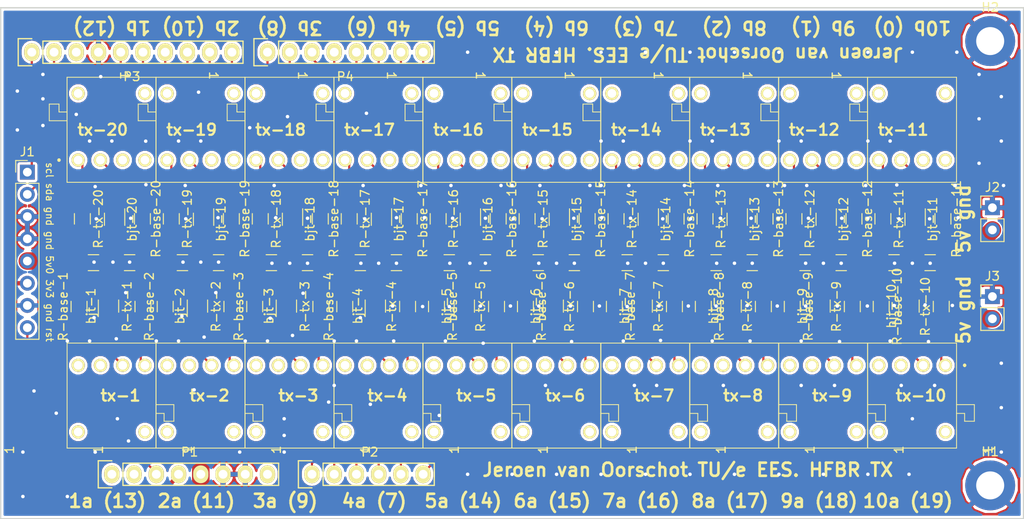
<source format=kicad_pcb>
(kicad_pcb (version 20171130) (host pcbnew "(5.0.2)-1")
  (title_block (date "lun. 30 mars 2015"))
  (layers (0 F.Cu signal) (31 B.Cu signal) (34 B.Paste user hide) (35 F.Paste user) (36 B.SilkS user) (37 F.SilkS user) (38 B.Mask user hide) (39 F.Mask user hide) (44 Edge.Cuts user))
  (net 0 "")
  (net 1 /IOREF)
  (net 2 /Reset)
  (net 3 +5V)
  (net 4 GND)
  (net 5 /Vin)
  (net 6 "Net-(P1-Pad1)")
  (net 7 "Net-(tx-13-Pad5)")
  (net 8 "Net-(tx-13-Pad4)")
  (net 9 "Net-(R-tx-13-Pad1)")
  (net 10 "Net-(tx-1-Pad5)")
  (net 11 "Net-(tx-1-Pad4)")
  (net 12 "Net-(R-tx-1-Pad1)")
  (net 13 "Net-(R-tx-2-Pad1)")
  (net 14 "Net-(tx-2-Pad4)")
  (net 15 "Net-(tx-2-Pad5)")
  (net 16 "Net-(tx-3-Pad5)")
  (net 17 "Net-(tx-3-Pad4)")
  (net 18 "Net-(R-tx-3-Pad1)")
  (net 19 "Net-(R-tx-4-Pad1)")
  (net 20 "Net-(tx-4-Pad4)")
  (net 21 "Net-(tx-4-Pad5)")
  (net 22 "Net-(tx-5-Pad5)")
  (net 23 "Net-(tx-5-Pad4)")
  (net 24 "Net-(R-tx-5-Pad1)")
  (net 25 "Net-(R-tx-6-Pad1)")
  (net 26 "Net-(tx-6-Pad4)")
  (net 27 "Net-(tx-6-Pad5)")
  (net 28 "Net-(tx-7-Pad5)")
  (net 29 "Net-(tx-7-Pad4)")
  (net 30 "Net-(R-tx-7-Pad1)")
  (net 31 "Net-(R-tx-8-Pad1)")
  (net 32 "Net-(tx-8-Pad4)")
  (net 33 "Net-(tx-8-Pad5)")
  (net 34 "Net-(tx-9-Pad5)")
  (net 35 "Net-(tx-9-Pad4)")
  (net 36 "Net-(R-tx-9-Pad1)")
  (net 37 "Net-(R-tx-10-Pad1)")
  (net 38 "Net-(tx-10-Pad4)")
  (net 39 "Net-(tx-10-Pad5)")
  (net 40 "Net-(tx-11-Pad5)")
  (net 41 "Net-(tx-11-Pad4)")
  (net 42 "Net-(R-tx-11-Pad1)")
  (net 43 "Net-(R-tx-12-Pad1)")
  (net 44 "Net-(tx-12-Pad4)")
  (net 45 "Net-(tx-12-Pad5)")
  (net 46 sig-13)
  (net 47 sig-12)
  (net 48 sig-11)
  (net 49 sig-10)
  (net 50 sig-9)
  (net 51 sig-8)
  (net 52 sig-7)
  (net 53 sig-6)
  (net 54 sig-5)
  (net 55 sig-4)
  (net 56 sig-3)
  (net 57 sig-2)
  (net 58 sig-1)
  (net 59 sig-0)
  (net 60 "Net-(R-base-8-Pad1)")
  (net 61 "Net-(R-base-3-Pad1)")
  (net 62 "Net-(R-base-9-Pad1)")
  (net 63 "Net-(R-base-10-Pad1)")
  (net 64 "Net-(R-base-13-Pad1)")
  (net 65 "Net-(R-base-12-Pad1)")
  (net 66 "Net-(R-base-11-Pad1)")
  (net 67 "Net-(R-base-7-Pad1)")
  (net 68 "Net-(R-base-1-Pad1)")
  (net 69 "Net-(R-base-2-Pad1)")
  (net 70 "Net-(R-base-4-Pad1)")
  (net 71 "Net-(R-base-5-Pad1)")
  (net 72 "Net-(R-base-6-Pad1)")
  (net 73 "Net-(P3-Pad3)")
  (net 74 "Net-(tx-1-Pad3)")
  (net 75 "Net-(tx-2-Pad3)")
  (net 76 "Net-(tx-3-Pad3)")
  (net 77 "Net-(tx-4-Pad3)")
  (net 78 "Net-(tx-5-Pad3)")
  (net 79 "Net-(tx-6-Pad3)")
  (net 80 "Net-(tx-8-Pad3)")
  (net 81 "Net-(tx-9-Pad3)")
  (net 82 "Net-(tx-10-Pad3)")
  (net 83 "Net-(tx-11-Pad3)")
  (net 84 "Net-(tx-12-Pad3)")
  (net 85 "Net-(tx-7-Pad3)")
  (net 86 "Net-(tx-13-Pad3)")
  (net 87 "Net-(tx-20-Pad5)")
  (net 88 "Net-(tx-20-Pad4)")
  (net 89 "Net-(tx-20-Pad3)")
  (net 90 "Net-(R-tx-20-Pad1)")
  (net 91 "Net-(R-tx-19-Pad1)")
  (net 92 "Net-(tx-19-Pad3)")
  (net 93 "Net-(tx-19-Pad4)")
  (net 94 "Net-(tx-19-Pad5)")
  (net 95 "Net-(tx-18-Pad5)")
  (net 96 "Net-(tx-18-Pad4)")
  (net 97 "Net-(tx-18-Pad3)")
  (net 98 "Net-(R-tx-18-Pad1)")
  (net 99 "Net-(R-tx-17-Pad1)")
  (net 100 "Net-(tx-17-Pad3)")
  (net 101 "Net-(tx-17-Pad4)")
  (net 102 "Net-(tx-17-Pad5)")
  (net 103 "Net-(tx-16-Pad5)")
  (net 104 "Net-(tx-16-Pad4)")
  (net 105 "Net-(tx-16-Pad3)")
  (net 106 "Net-(R-tx-16-Pad1)")
  (net 107 "Net-(R-tx-15-Pad1)")
  (net 108 "Net-(tx-15-Pad3)")
  (net 109 "Net-(tx-15-Pad4)")
  (net 110 "Net-(tx-15-Pad5)")
  (net 111 "Net-(tx-14-Pad5)")
  (net 112 "Net-(tx-14-Pad4)")
  (net 113 "Net-(tx-14-Pad3)")
  (net 114 "Net-(R-tx-14-Pad1)")
  (net 115 sig-14)
  (net 116 sig-15)
  (net 117 sig-16)
  (net 118 sig-17)
  (net 119 sig-18)
  (net 120 sig-19)
  (net 121 "Net-(R-base-20-Pad1)")
  (net 122 "Net-(R-base-17-Pad1)")
  (net 123 "Net-(R-base-19-Pad1)")
  (net 124 "Net-(R-base-18-Pad1)")
  (net 125 "Net-(R-base-16-Pad1)")
  (net 126 "Net-(R-base-14-Pad1)")
  (net 127 "Net-(R-base-15-Pad1)")
  (net 128 sig-scl)
  (net 129 sig-sda)
  (net 130 +3.3V)
  (net 131 "Net-(bjt-9-Pad1)")
  (net 132 "Net-(bjt-12-Pad1)")
  (net 133 "Net-(bjt-1-Pad1)")
  (net 134 "Net-(bjt-2-Pad1)")
  (net 135 "Net-(bjt-3-Pad1)")
  (net 136 "Net-(bjt-4-Pad1)")
  (net 137 "Net-(bjt-5-Pad1)")
  (net 138 "Net-(bjt-6-Pad1)")
  (net 139 "Net-(bjt-7-Pad1)")
  (net 140 "Net-(bjt-8-Pad1)")
  (net 141 "Net-(bjt-10-Pad1)")
  (net 142 "Net-(bjt-11-Pad1)")
  (net 143 "Net-(bjt-19-Pad1)")
  (net 144 "Net-(bjt-18-Pad1)")
  (net 145 "Net-(bjt-17-Pad1)")
  (net 146 "Net-(bjt-16-Pad1)")
  (net 147 "Net-(bjt-15-Pad1)")
  (net 148 "Net-(bjt-14-Pad1)")
  (net 149 "Net-(bjt-13-Pad1)")
  (net 150 "Net-(bjt-20-Pad1)")
  (module hfbr:HFBR1521Z (layer F.Cu) (at 169.383499 87.899999 180)
    (fp_text reference tx-17 (at 1.015 3.465 180) (layer F.SilkS) (effects (font (size 1.27 1.27) (thickness 0.254))))
    (fp_text value HFBR-1521Z hide)
    (pad 1 thru_hole circle (at 3.81 0 270) (size 1.515 1.515) (drill 1.01) (layers *.Cu *.Mask F.SilkS) (net 99 "Net-(R-tx-17-Pad1)"))
    (pad 2 thru_hole circle (at 1.27 0 270) (size 1.515 1.515) (drill 1.01) (layers *.Cu *.Mask F.SilkS) (net 145 "Net-(bjt-17-Pad1)"))
    (pad 3 thru_hole circle (at -1.27 0 270) (size 1.515 1.515) (drill 1.01) (layers *.Cu *.Mask F.SilkS) (net 100 "Net-(tx-17-Pad3)"))
    (pad 4 thru_hole circle (at -3.81 0 270) (size 1.515 1.515) (drill 1.01) (layers *.Cu *.Mask F.SilkS) (net 101 "Net-(tx-17-Pad4)"))
    (pad 5 thru_hole circle (at -3.81 7.62 270) (size 1.515 1.515) (drill 1.01) (layers *.Cu *.Mask F.SilkS) (net 102 "Net-(tx-17-Pad5)"))
    (pad 6 thru_hole circle (at 3.81 7.62 270) (size 1.515 1.515) (drill 1.01) (layers *.Cu *.Mask F.SilkS))
  )
  (module Connector_PinHeader_2.54mm:PinHeader_1x02_P2.54mm_Vertical (layer F.Cu) (at 239.522 103.505)
    (fp_text reference J3 (at 0 -2.33) (layer F.SilkS))
    (fp_text value Conn_01x02_Male)
    (pad 1 thru_hole rect (at 0 0) (size 1.7 1.7) (drill 1) (layers *.Cu *.Mask) (net 4 GND))
    (pad 2 thru_hole oval (at 0 2.54) (size 1.7 1.7) (drill 1) (layers *.Cu *.Mask) (net 3 +5V))
  )
  (module Connector_PinHeader_2.54mm:PinHeader_1x02_P2.54mm_Vertical (layer F.Cu) (at 239.522 93.345)
    (fp_text reference J2 (at 0 -2.33) (layer F.SilkS))
    (fp_text value Conn_01x02_Male)
    (pad 1 thru_hole rect (at 0 0) (size 1.7 1.7) (drill 1) (layers *.Cu *.Mask) (net 4 GND))
    (pad 2 thru_hole oval (at 0 2.54) (size 1.7 1.7) (drill 1) (layers *.Cu *.Mask) (net 3 +5V))
  )
  (module MountingHole:MountingHole_3.2mm_M3_ISO7380_Pad (layer F.Cu) (at 239.268 125.095)
    (fp_text reference H1 (at 0 -3.85) (layer F.SilkS))
    (fp_text value MountingHole)
    (pad 1 thru_hole circle (at 0 0) (size 5.7 5.7) (drill 3.2) (layers *.Cu *.Mask) (net 4 GND))
  )
  (module MountingHole:MountingHole_3.2mm_M3_ISO7380_Pad (layer F.Cu) (at 239.268 74.295)
    (fp_text reference H2 (at 0 -3.85) (layer F.SilkS))
    (fp_text value MountingHole)
    (pad 1 thru_hole circle (at 0 0) (size 5.7 5.7) (drill 3.2) (layers *.Cu *.Mask) (net 4 GND))
  )
  (module Connector_PinHeader_2.54mm:PinHeader_1x08_P2.54mm_Vertical (layer F.Cu) (at 129.286 89.281)
    (fp_text reference J1 (at 0 -2.33) (layer F.SilkS))
    (fp_text value Conn_01x08_Male)
    (pad 1 thru_hole rect (at 0 0) (size 1.7 1.7) (drill 1) (layers *.Cu *.Mask) (net 128 sig-scl))
    (pad 2 thru_hole oval (at 0 2.54) (size 1.7 1.7) (drill 1) (layers *.Cu *.Mask) (net 129 sig-sda))
    (pad 3 thru_hole oval (at 0 5.08) (size 1.7 1.7) (drill 1) (layers *.Cu *.Mask) (net 4 GND))
    (pad 4 thru_hole oval (at 0 7.62) (size 1.7 1.7) (drill 1) (layers *.Cu *.Mask) (net 4 GND))
    (pad 5 thru_hole oval (at 0 10.16) (size 1.7 1.7) (drill 1) (layers *.Cu *.Mask) (net 3 +5V))
    (pad 6 thru_hole oval (at 0 12.7) (size 1.7 1.7) (drill 1) (layers *.Cu *.Mask) (net 130 +3.3V))
    (pad 7 thru_hole oval (at 0 15.24) (size 1.7 1.7) (drill 1) (layers *.Cu *.Mask) (net 4 GND))
    (pad 8 thru_hole oval (at 0 17.78) (size 1.7 1.7) (drill 1) (layers *.Cu *.Mask) (net 2 /Reset))
  )
  (module Capacitor_SMD:C_1206_3216Metric_Pad1.42x1.75mm_HandSolder (layer F.Cu) (at 197.8025 99.6315)
    (fp_text reference C-14 hide)
    (fp_text value C)
    (pad 2 smd roundrect (at 1.4875 0) (size 1.425 1.75) (layers F.Cu F.Paste F.Mask) (roundrect_rratio 0.175439) (net 4 GND))
    (pad 1 smd roundrect (at -1.4875 0) (size 1.425 1.75) (layers F.Cu F.Paste F.Mask) (roundrect_rratio 0.175439) (net 3 +5V))
  )
  (module Capacitor_SMD:C_1206_3216Metric_Pad1.42x1.75mm_HandSolder (layer F.Cu) (at 187.6425 99.6315)
    (fp_text reference C-15 hide)
    (fp_text value C)
    (pad 1 smd roundrect (at -1.4875 0) (size 1.425 1.75) (layers F.Cu F.Paste F.Mask) (roundrect_rratio 0.175439) (net 3 +5V))
    (pad 2 smd roundrect (at 1.4875 0) (size 1.425 1.75) (layers F.Cu F.Paste F.Mask) (roundrect_rratio 0.175439) (net 4 GND))
  )
  (module Capacitor_SMD:C_1206_3216Metric_Pad1.42x1.75mm_HandSolder (layer F.Cu) (at 177.4825 99.6315)
    (fp_text reference C-16 hide)
    (fp_text value C)
    (pad 2 smd roundrect (at 1.4875 0) (size 1.425 1.75) (layers F.Cu F.Paste F.Mask) (roundrect_rratio 0.175439) (net 4 GND))
    (pad 1 smd roundrect (at -1.4875 0) (size 1.425 1.75) (layers F.Cu F.Paste F.Mask) (roundrect_rratio 0.175439) (net 3 +5V))
  )
  (module Capacitor_SMD:C_1206_3216Metric_Pad1.42x1.75mm_HandSolder (layer F.Cu) (at 167.3225 99.6315)
    (fp_text reference C-17 hide)
    (fp_text value C)
    (pad 1 smd roundrect (at -1.4875 0) (size 1.425 1.75) (layers F.Cu F.Paste F.Mask) (roundrect_rratio 0.175439) (net 3 +5V))
    (pad 2 smd roundrect (at 1.4875 0) (size 1.425 1.75) (layers F.Cu F.Paste F.Mask) (roundrect_rratio 0.175439) (net 4 GND))
  )
  (module Capacitor_SMD:C_1206_3216Metric_Pad1.42x1.75mm_HandSolder (layer F.Cu) (at 157.1625 99.6315)
    (fp_text reference C-18 hide)
    (fp_text value C)
    (pad 2 smd roundrect (at 1.4875 0) (size 1.425 1.75) (layers F.Cu F.Paste F.Mask) (roundrect_rratio 0.175439) (net 4 GND))
    (pad 1 smd roundrect (at -1.4875 0) (size 1.425 1.75) (layers F.Cu F.Paste F.Mask) (roundrect_rratio 0.175439) (net 3 +5V))
  )
  (module Capacitor_SMD:C_1206_3216Metric_Pad1.42x1.75mm_HandSolder (layer F.Cu) (at 147.0025 99.6315)
    (fp_text reference C-19 hide)
    (fp_text value C)
    (pad 1 smd roundrect (at -1.4875 0) (size 1.425 1.75) (layers F.Cu F.Paste F.Mask) (roundrect_rratio 0.175439) (net 3 +5V))
    (pad 2 smd roundrect (at 1.4875 0) (size 1.425 1.75) (layers F.Cu F.Paste F.Mask) (roundrect_rratio 0.175439) (net 4 GND))
  )
  (module Capacitor_SMD:C_1206_3216Metric_Pad1.42x1.75mm_HandSolder (layer F.Cu) (at 136.8425 99.6315)
    (fp_text reference C-20 hide)
    (fp_text value C)
    (pad 2 smd roundrect (at 1.4875 0) (size 1.425 1.75) (layers F.Cu F.Paste F.Mask) (roundrect_rratio 0.175439) (net 4 GND))
    (pad 1 smd roundrect (at -1.4875 0) (size 1.425 1.75) (layers F.Cu F.Paste F.Mask) (roundrect_rratio 0.175439) (net 3 +5V))
  )
  (module Package_TO_SOT_SMD:SOT-343_SC-70-4_Handsoldering (layer F.Cu) (at 139.2555 94.66754 270)
    (fp_text reference bjt-20 (at 0 -2 270) (layer F.SilkS))
    (fp_text value MCH4020-RF)
    (pad 1 smd rect (at -1.33 -0.65 270) (size 1.5 0.4) (layers F.Cu F.Paste F.Mask) (net 150 "Net-(bjt-20-Pad1)"))
    (pad 2 smd rect (at -1.33 0.65 270) (size 1.5 0.4) (layers F.Cu F.Paste F.Mask) (net 4 GND))
    (pad 3 smd rect (at 1.33 0.65 270) (size 1.5 0.4) (layers F.Cu F.Paste F.Mask) (net 121 "Net-(R-base-20-Pad1)"))
    (pad 4 smd rect (at 1.33 -0.65 270) (size 1.5 0.4) (layers F.Cu F.Paste F.Mask) (net 4 GND))
  )
  (module Package_TO_SOT_SMD:SOT-343_SC-70-4_Handsoldering (layer F.Cu) (at 149.4155 94.66754 270)
    (fp_text reference bjt-19 (at 0 -2 270) (layer F.SilkS))
    (fp_text value MCH4020-RF)
    (pad 4 smd rect (at 1.33 -0.65 270) (size 1.5 0.4) (layers F.Cu F.Paste F.Mask) (net 4 GND))
    (pad 3 smd rect (at 1.33 0.65 270) (size 1.5 0.4) (layers F.Cu F.Paste F.Mask) (net 123 "Net-(R-base-19-Pad1)"))
    (pad 2 smd rect (at -1.33 0.65 270) (size 1.5 0.4) (layers F.Cu F.Paste F.Mask) (net 4 GND))
    (pad 1 smd rect (at -1.33 -0.65 270) (size 1.5 0.4) (layers F.Cu F.Paste F.Mask) (net 143 "Net-(bjt-19-Pad1)"))
  )
  (module Package_TO_SOT_SMD:SOT-343_SC-70-4_Handsoldering (layer F.Cu) (at 159.5755 94.66754 270)
    (fp_text reference bjt-18 (at 0 -2 270) (layer F.SilkS))
    (fp_text value MCH4020-RF)
    (pad 1 smd rect (at -1.33 -0.65 270) (size 1.5 0.4) (layers F.Cu F.Paste F.Mask) (net 144 "Net-(bjt-18-Pad1)"))
    (pad 2 smd rect (at -1.33 0.65 270) (size 1.5 0.4) (layers F.Cu F.Paste F.Mask) (net 4 GND))
    (pad 3 smd rect (at 1.33 0.65 270) (size 1.5 0.4) (layers F.Cu F.Paste F.Mask) (net 124 "Net-(R-base-18-Pad1)"))
    (pad 4 smd rect (at 1.33 -0.65 270) (size 1.5 0.4) (layers F.Cu F.Paste F.Mask) (net 4 GND))
  )
  (module Package_TO_SOT_SMD:SOT-343_SC-70-4_Handsoldering (layer F.Cu) (at 169.7355 94.66754 270)
    (fp_text reference bjt-17 (at 0 -2 270) (layer F.SilkS))
    (fp_text value MCH4020-RF)
    (pad 4 smd rect (at 1.33 -0.65 270) (size 1.5 0.4) (layers F.Cu F.Paste F.Mask) (net 4 GND))
    (pad 3 smd rect (at 1.33 0.65 270) (size 1.5 0.4) (layers F.Cu F.Paste F.Mask) (net 122 "Net-(R-base-17-Pad1)"))
    (pad 2 smd rect (at -1.33 0.65 270) (size 1.5 0.4) (layers F.Cu F.Paste F.Mask) (net 4 GND))
    (pad 1 smd rect (at -1.33 -0.65 270) (size 1.5 0.4) (layers F.Cu F.Paste F.Mask) (net 145 "Net-(bjt-17-Pad1)"))
  )
  (module Package_TO_SOT_SMD:SOT-343_SC-70-4_Handsoldering (layer F.Cu) (at 179.8955 94.66754 270)
    (fp_text reference bjt-16 (at 0 -2 270) (layer F.SilkS))
    (fp_text value MCH4020-RF)
    (pad 1 smd rect (at -1.33 -0.65 270) (size 1.5 0.4) (layers F.Cu F.Paste F.Mask) (net 146 "Net-(bjt-16-Pad1)"))
    (pad 2 smd rect (at -1.33 0.65 270) (size 1.5 0.4) (layers F.Cu F.Paste F.Mask) (net 4 GND))
    (pad 3 smd rect (at 1.33 0.65 270) (size 1.5 0.4) (layers F.Cu F.Paste F.Mask) (net 125 "Net-(R-base-16-Pad1)"))
    (pad 4 smd rect (at 1.33 -0.65 270) (size 1.5 0.4) (layers F.Cu F.Paste F.Mask) (net 4 GND))
  )
  (module Package_TO_SOT_SMD:SOT-343_SC-70-4_Handsoldering (layer F.Cu) (at 190.0555 94.66754 270)
    (fp_text reference bjt-15 (at 0 -2 270) (layer F.SilkS))
    (fp_text value MCH4020-RF)
    (pad 4 smd rect (at 1.33 -0.65 270) (size 1.5 0.4) (layers F.Cu F.Paste F.Mask) (net 4 GND))
    (pad 3 smd rect (at 1.33 0.65 270) (size 1.5 0.4) (layers F.Cu F.Paste F.Mask) (net 127 "Net-(R-base-15-Pad1)"))
    (pad 2 smd rect (at -1.33 0.65 270) (size 1.5 0.4) (layers F.Cu F.Paste F.Mask) (net 4 GND))
    (pad 1 smd rect (at -1.33 -0.65 270) (size 1.5 0.4) (layers F.Cu F.Paste F.Mask) (net 147 "Net-(bjt-15-Pad1)"))
  )
  (module Package_TO_SOT_SMD:SOT-343_SC-70-4_Handsoldering (layer F.Cu) (at 200.2155 94.66754 270)
    (fp_text reference bjt-14 (at 0 -2 270) (layer F.SilkS))
    (fp_text value MCH4020-RF)
    (pad 1 smd rect (at -1.33 -0.65 270) (size 1.5 0.4) (layers F.Cu F.Paste F.Mask) (net 148 "Net-(bjt-14-Pad1)"))
    (pad 2 smd rect (at -1.33 0.65 270) (size 1.5 0.4) (layers F.Cu F.Paste F.Mask) (net 4 GND))
    (pad 3 smd rect (at 1.33 0.65 270) (size 1.5 0.4) (layers F.Cu F.Paste F.Mask) (net 126 "Net-(R-base-14-Pad1)"))
    (pad 4 smd rect (at 1.33 -0.65 270) (size 1.5 0.4) (layers F.Cu F.Paste F.Mask) (net 4 GND))
  )
  (module Resistor_SMD:R_1206_3216Metric_Pad1.42x1.75mm_HandSolder (layer F.Cu) (at 196.5325 94.61754 270)
    (fp_text reference R-tx-14 (at 0 -1.82 270) (layer F.SilkS))
    (fp_text value 50)
    (pad 2 smd roundrect (at 1.4875 0 270) (size 1.425 1.75) (layers F.Cu F.Paste F.Mask) (roundrect_rratio 0.175439) (net 3 +5V))
    (pad 1 smd roundrect (at -1.4875 0 270) (size 1.425 1.75) (layers F.Cu F.Paste F.Mask) (roundrect_rratio 0.175439) (net 114 "Net-(R-tx-14-Pad1)"))
  )
  (module Resistor_SMD:R_1206_3216Metric_Pad1.42x1.75mm_HandSolder (layer F.Cu) (at 186.3725 94.61754 270)
    (fp_text reference R-tx-15 (at 0 -1.82 270) (layer F.SilkS))
    (fp_text value 50)
    (pad 1 smd roundrect (at -1.4875 0 270) (size 1.425 1.75) (layers F.Cu F.Paste F.Mask) (roundrect_rratio 0.175439) (net 107 "Net-(R-tx-15-Pad1)"))
    (pad 2 smd roundrect (at 1.4875 0 270) (size 1.425 1.75) (layers F.Cu F.Paste F.Mask) (roundrect_rratio 0.175439) (net 3 +5V))
  )
  (module Resistor_SMD:R_1206_3216Metric_Pad1.42x1.75mm_HandSolder (layer F.Cu) (at 193.2305 94.61754 90)
    (fp_text reference R-base-15 (at 0 1.5455 90) (layer F.SilkS))
    (fp_text value 2k)
    (pad 2 smd roundrect (at 1.4875 0 90) (size 1.425 1.75) (layers F.Cu F.Paste F.Mask) (roundrect_rratio 0.175439) (net 55 sig-4))
    (pad 1 smd roundrect (at -1.4875 0 90) (size 1.425 1.75) (layers F.Cu F.Paste F.Mask) (roundrect_rratio 0.175439) (net 127 "Net-(R-base-15-Pad1)"))
  )
  (module Resistor_SMD:R_1206_3216Metric_Pad1.42x1.75mm_HandSolder (layer F.Cu) (at 135.5725 94.61754 270)
    (fp_text reference R-tx-20 (at 0 -1.82 270) (layer F.SilkS))
    (fp_text value 50)
    (pad 2 smd roundrect (at 1.4875 0 270) (size 1.425 1.75) (layers F.Cu F.Paste F.Mask) (roundrect_rratio 0.175439) (net 3 +5V))
    (pad 1 smd roundrect (at -1.4875 0 270) (size 1.425 1.75) (layers F.Cu F.Paste F.Mask) (roundrect_rratio 0.175439) (net 90 "Net-(R-tx-20-Pad1)"))
  )
  (module Resistor_SMD:R_1206_3216Metric_Pad1.42x1.75mm_HandSolder (layer F.Cu) (at 145.7325 94.61754 270)
    (fp_text reference R-tx-19 (at 0 -1.82 270) (layer F.SilkS))
    (fp_text value 50)
    (pad 1 smd roundrect (at -1.4875 0 270) (size 1.425 1.75) (layers F.Cu F.Paste F.Mask) (roundrect_rratio 0.175439) (net 91 "Net-(R-tx-19-Pad1)"))
    (pad 2 smd roundrect (at 1.4875 0 270) (size 1.425 1.75) (layers F.Cu F.Paste F.Mask) (roundrect_rratio 0.175439) (net 3 +5V))
  )
  (module Resistor_SMD:R_1206_3216Metric_Pad1.42x1.75mm_HandSolder (layer F.Cu) (at 155.8925 94.61754 270)
    (fp_text reference R-tx-18 (at 0 -1.82 270) (layer F.SilkS))
    (fp_text value 50)
    (pad 2 smd roundrect (at 1.4875 0 270) (size 1.425 1.75) (layers F.Cu F.Paste F.Mask) (roundrect_rratio 0.175439) (net 3 +5V))
    (pad 1 smd roundrect (at -1.4875 0 270) (size 1.425 1.75) (layers F.Cu F.Paste F.Mask) (roundrect_rratio 0.175439) (net 98 "Net-(R-tx-18-Pad1)"))
  )
  (module Resistor_SMD:R_1206_3216Metric_Pad1.42x1.75mm_HandSolder (layer F.Cu) (at 166.0525 94.61754 270)
    (fp_text reference R-tx-17 (at 0 -1.82 270) (layer F.SilkS))
    (fp_text value 50)
    (pad 1 smd roundrect (at -1.4875 0 270) (size 1.425 1.75) (layers F.Cu F.Paste F.Mask) (roundrect_rratio 0.175439) (net 99 "Net-(R-tx-17-Pad1)"))
    (pad 2 smd roundrect (at 1.4875 0 270) (size 1.425 1.75) (layers F.Cu F.Paste F.Mask) (roundrect_rratio 0.175439) (net 3 +5V))
  )
  (module Resistor_SMD:R_1206_3216Metric_Pad1.42x1.75mm_HandSolder (layer F.Cu) (at 203.3905 94.61754 90)
    (fp_text reference R-base-14 (at 0 1.5455 90) (layer F.SilkS))
    (fp_text value 2k)
    (pad 2 smd roundrect (at 1.4875 0 90) (size 1.425 1.75) (layers F.Cu F.Paste F.Mask) (roundrect_rratio 0.175439) (net 56 sig-3))
    (pad 1 smd roundrect (at -1.4875 0 90) (size 1.425 1.75) (layers F.Cu F.Paste F.Mask) (roundrect_rratio 0.175439) (net 126 "Net-(R-base-14-Pad1)"))
  )
  (module Resistor_SMD:R_1206_3216Metric_Pad1.42x1.75mm_HandSolder (layer F.Cu) (at 183.0705 94.61754 90)
    (fp_text reference R-base-16 (at 0 1.5455 90) (layer F.SilkS))
    (fp_text value 2k)
    (pad 1 smd roundrect (at -1.4875 0 90) (size 1.425 1.75) (layers F.Cu F.Paste F.Mask) (roundrect_rratio 0.175439) (net 125 "Net-(R-base-16-Pad1)"))
    (pad 2 smd roundrect (at 1.4875 0 90) (size 1.425 1.75) (layers F.Cu F.Paste F.Mask) (roundrect_rratio 0.175439) (net 54 sig-5))
  )
  (module Resistor_SMD:R_1206_3216Metric_Pad1.42x1.75mm_HandSolder (layer F.Cu) (at 162.7505 94.61754 90)
    (fp_text reference R-base-18 (at 0 1.5455 90) (layer F.SilkS))
    (fp_text value 2k)
    (pad 2 smd roundrect (at 1.4875 0 90) (size 1.425 1.75) (layers F.Cu F.Paste F.Mask) (roundrect_rratio 0.175439) (net 51 sig-8))
    (pad 1 smd roundrect (at -1.4875 0 90) (size 1.425 1.75) (layers F.Cu F.Paste F.Mask) (roundrect_rratio 0.175439) (net 124 "Net-(R-base-18-Pad1)"))
  )
  (module Resistor_SMD:R_1206_3216Metric_Pad1.42x1.75mm_HandSolder (layer F.Cu) (at 152.5905 94.61754 90)
    (fp_text reference R-base-19 (at 0 1.5455 90) (layer F.SilkS))
    (fp_text value 2k)
    (pad 1 smd roundrect (at -1.4875 0 90) (size 1.425 1.75) (layers F.Cu F.Paste F.Mask) (roundrect_rratio 0.175439) (net 123 "Net-(R-base-19-Pad1)"))
    (pad 2 smd roundrect (at 1.4875 0 90) (size 1.425 1.75) (layers F.Cu F.Paste F.Mask) (roundrect_rratio 0.175439) (net 49 sig-10))
  )
  (module Resistor_SMD:R_1206_3216Metric_Pad1.42x1.75mm_HandSolder (layer F.Cu) (at 176.2125 94.61754 270)
    (fp_text reference R-tx-16 (at -0.01778 -1.74888 270) (layer F.SilkS))
    (fp_text value 50)
    (pad 1 smd roundrect (at -1.4875 0 270) (size 1.425 1.75) (layers F.Cu F.Paste F.Mask) (roundrect_rratio 0.175439) (net 106 "Net-(R-tx-16-Pad1)"))
    (pad 2 smd roundrect (at 1.4875 0 270) (size 1.425 1.75) (layers F.Cu F.Paste F.Mask) (roundrect_rratio 0.175439) (net 3 +5V))
  )
  (module Resistor_SMD:R_1206_3216Metric_Pad1.42x1.75mm_HandSolder (layer F.Cu) (at 172.9105 94.61754 90)
    (fp_text reference R-base-17 (at 0 1.5455 90) (layer F.SilkS))
    (fp_text value 2k)
    (pad 2 smd roundrect (at 1.4875 0 90) (size 1.425 1.75) (layers F.Cu F.Paste F.Mask) (roundrect_rratio 0.175439) (net 53 sig-6))
    (pad 1 smd roundrect (at -1.4875 0 90) (size 1.425 1.75) (layers F.Cu F.Paste F.Mask) (roundrect_rratio 0.175439) (net 122 "Net-(R-base-17-Pad1)"))
  )
  (module Resistor_SMD:R_1206_3216Metric_Pad1.42x1.75mm_HandSolder (layer F.Cu) (at 142.4305 94.61754 90)
    (fp_text reference R-base-20 (at 0 1.5455 90) (layer F.SilkS))
    (fp_text value 2k)
    (pad 1 smd roundrect (at -1.4875 0 90) (size 1.425 1.75) (layers F.Cu F.Paste F.Mask) (roundrect_rratio 0.175439) (net 121 "Net-(R-base-20-Pad1)"))
    (pad 2 smd roundrect (at 1.4875 0 90) (size 1.425 1.75) (layers F.Cu F.Paste F.Mask) (roundrect_rratio 0.175439) (net 47 sig-12))
  )
  (module hfbr:HFBR1521Z (layer F.Cu) (at 199.863499 87.899999 180)
    (fp_text reference tx-14 (at 1.015 3.465 180) (layer F.SilkS) (effects (font (size 1.27 1.27) (thickness 0.254))))
    (fp_text value HFBR-1521Z hide)
    (pad 6 thru_hole circle (at 3.81 7.62 270) (size 1.515 1.515) (drill 1.01) (layers *.Cu *.Mask F.SilkS))
    (pad 5 thru_hole circle (at -3.81 7.62 270) (size 1.515 1.515) (drill 1.01) (layers *.Cu *.Mask F.SilkS) (net 111 "Net-(tx-14-Pad5)"))
    (pad 4 thru_hole circle (at -3.81 0 270) (size 1.515 1.515) (drill 1.01) (layers *.Cu *.Mask F.SilkS) (net 112 "Net-(tx-14-Pad4)"))
    (pad 3 thru_hole circle (at -1.27 0 270) (size 1.515 1.515) (drill 1.01) (layers *.Cu *.Mask F.SilkS) (net 113 "Net-(tx-14-Pad3)"))
    (pad 2 thru_hole circle (at 1.27 0 270) (size 1.515 1.515) (drill 1.01) (layers *.Cu *.Mask F.SilkS) (net 148 "Net-(bjt-14-Pad1)"))
    (pad 1 thru_hole circle (at 3.81 0 270) (size 1.515 1.515) (drill 1.01) (layers *.Cu *.Mask F.SilkS) (net 114 "Net-(R-tx-14-Pad1)"))
  )
  (module hfbr:HFBR1521Z (layer F.Cu) (at 189.703499 87.899999 180)
    (fp_text reference tx-15 (at 1.015 3.465 180) (layer F.SilkS) (effects (font (size 1.27 1.27) (thickness 0.254))))
    (fp_text value HFBR-1521Z hide)
    (pad 1 thru_hole circle (at 3.81 0 270) (size 1.515 1.515) (drill 1.01) (layers *.Cu *.Mask F.SilkS) (net 107 "Net-(R-tx-15-Pad1)"))
    (pad 2 thru_hole circle (at 1.27 0 270) (size 1.515 1.515) (drill 1.01) (layers *.Cu *.Mask F.SilkS) (net 147 "Net-(bjt-15-Pad1)"))
    (pad 3 thru_hole circle (at -1.27 0 270) (size 1.515 1.515) (drill 1.01) (layers *.Cu *.Mask F.SilkS) (net 108 "Net-(tx-15-Pad3)"))
    (pad 4 thru_hole circle (at -3.81 0 270) (size 1.515 1.515) (drill 1.01) (layers *.Cu *.Mask F.SilkS) (net 109 "Net-(tx-15-Pad4)"))
    (pad 5 thru_hole circle (at -3.81 7.62 270) (size 1.515 1.515) (drill 1.01) (layers *.Cu *.Mask F.SilkS) (net 110 "Net-(tx-15-Pad5)"))
    (pad 6 thru_hole circle (at 3.81 7.62 270) (size 1.515 1.515) (drill 1.01) (layers *.Cu *.Mask F.SilkS))
  )
  (module hfbr:HFBR1521Z (layer F.Cu) (at 179.543499 87.899999 180)
    (fp_text reference tx-16 (at 1.015 3.465 180) (layer F.SilkS) (effects (font (size 1.27 1.27) (thickness 0.254))))
    (fp_text value HFBR-1521Z hide)
    (pad 6 thru_hole circle (at 3.81 7.62 270) (size 1.515 1.515) (drill 1.01) (layers *.Cu *.Mask F.SilkS))
    (pad 5 thru_hole circle (at -3.81 7.62 270) (size 1.515 1.515) (drill 1.01) (layers *.Cu *.Mask F.SilkS) (net 103 "Net-(tx-16-Pad5)"))
    (pad 4 thru_hole circle (at -3.81 0 270) (size 1.515 1.515) (drill 1.01) (layers *.Cu *.Mask F.SilkS) (net 104 "Net-(tx-16-Pad4)"))
    (pad 3 thru_hole circle (at -1.27 0 270) (size 1.515 1.515) (drill 1.01) (layers *.Cu *.Mask F.SilkS) (net 105 "Net-(tx-16-Pad3)"))
    (pad 2 thru_hole circle (at 1.27 0 270) (size 1.515 1.515) (drill 1.01) (layers *.Cu *.Mask F.SilkS) (net 146 "Net-(bjt-16-Pad1)"))
    (pad 1 thru_hole circle (at 3.81 0 270) (size 1.515 1.515) (drill 1.01) (layers *.Cu *.Mask F.SilkS) (net 106 "Net-(R-tx-16-Pad1)"))
  )
  (module hfbr:HFBR1521Z (layer F.Cu) (at 159.223499 87.899999 180)
    (fp_text reference tx-18 (at 1.015 3.465 180) (layer F.SilkS) (effects (font (size 1.27 1.27) (thickness 0.254))))
    (fp_text value HFBR-1521Z hide)
    (pad 6 thru_hole circle (at 3.81 7.62 270) (size 1.515 1.515) (drill 1.01) (layers *.Cu *.Mask F.SilkS))
    (pad 5 thru_hole circle (at -3.81 7.62 270) (size 1.515 1.515) (drill 1.01) (layers *.Cu *.Mask F.SilkS) (net 95 "Net-(tx-18-Pad5)"))
    (pad 4 thru_hole circle (at -3.81 0 270) (size 1.515 1.515) (drill 1.01) (layers *.Cu *.Mask F.SilkS) (net 96 "Net-(tx-18-Pad4)"))
    (pad 3 thru_hole circle (at -1.27 0 270) (size 1.515 1.515) (drill 1.01) (layers *.Cu *.Mask F.SilkS) (net 97 "Net-(tx-18-Pad3)"))
    (pad 2 thru_hole circle (at 1.27 0 270) (size 1.515 1.515) (drill 1.01) (layers *.Cu *.Mask F.SilkS) (net 144 "Net-(bjt-18-Pad1)"))
    (pad 1 thru_hole circle (at 3.81 0 270) (size 1.515 1.515) (drill 1.01) (layers *.Cu *.Mask F.SilkS) (net 98 "Net-(R-tx-18-Pad1)"))
  )
  (module hfbr:HFBR1521Z (layer F.Cu) (at 149.063499 87.899999 180)
    (fp_text reference tx-19 (at 1.015 3.465 180) (layer F.SilkS) (effects (font (size 1.27 1.27) (thickness 0.254))))
    (fp_text value HFBR-1521Z hide)
    (pad 1 thru_hole circle (at 3.81 0 270) (size 1.515 1.515) (drill 1.01) (layers *.Cu *.Mask F.SilkS) (net 91 "Net-(R-tx-19-Pad1)"))
    (pad 2 thru_hole circle (at 1.27 0 270) (size 1.515 1.515) (drill 1.01) (layers *.Cu *.Mask F.SilkS) (net 143 "Net-(bjt-19-Pad1)"))
    (pad 3 thru_hole circle (at -1.27 0 270) (size 1.515 1.515) (drill 1.01) (layers *.Cu *.Mask F.SilkS) (net 92 "Net-(tx-19-Pad3)"))
    (pad 4 thru_hole circle (at -3.81 0 270) (size 1.515 1.515) (drill 1.01) (layers *.Cu *.Mask F.SilkS) (net 93 "Net-(tx-19-Pad4)"))
    (pad 5 thru_hole circle (at -3.81 7.62 270) (size 1.515 1.515) (drill 1.01) (layers *.Cu *.Mask F.SilkS) (net 94 "Net-(tx-19-Pad5)"))
    (pad 6 thru_hole circle (at 3.81 7.62 270) (size 1.515 1.515) (drill 1.01) (layers *.Cu *.Mask F.SilkS))
  )
  (module hfbr:HFBR1521Z (layer F.Cu) (at 138.903499 87.899999 180)
    (fp_text reference tx-20 (at 1.015 3.465 180) (layer F.SilkS) (effects (font (size 1.27 1.27) (thickness 0.254))))
    (fp_text value HFBR-1521Z hide)
    (pad 6 thru_hole circle (at 3.81 7.62 270) (size 1.515 1.515) (drill 1.01) (layers *.Cu *.Mask F.SilkS))
    (pad 5 thru_hole circle (at -3.81 7.62 270) (size 1.515 1.515) (drill 1.01) (layers *.Cu *.Mask F.SilkS) (net 87 "Net-(tx-20-Pad5)"))
    (pad 4 thru_hole circle (at -3.81 0 270) (size 1.515 1.515) (drill 1.01) (layers *.Cu *.Mask F.SilkS) (net 88 "Net-(tx-20-Pad4)"))
    (pad 3 thru_hole circle (at -1.27 0 270) (size 1.515 1.515) (drill 1.01) (layers *.Cu *.Mask F.SilkS) (net 89 "Net-(tx-20-Pad3)"))
    (pad 2 thru_hole circle (at 1.27 0 270) (size 1.515 1.515) (drill 1.01) (layers *.Cu *.Mask F.SilkS) (net 150 "Net-(bjt-20-Pad1)"))
    (pad 1 thru_hole circle (at 3.81 0 270) (size 1.515 1.515) (drill 1.01) (layers *.Cu *.Mask F.SilkS) (net 90 "Net-(R-tx-20-Pad1)"))
  )
  (module hfbr:HFBR1521Z (layer F.Cu) (at 210.023499 87.899999 180)
    (fp_text reference tx-13 (at 1.015 3.465 180) (layer F.SilkS) (effects (font (size 1.27 1.27) (thickness 0.254))))
    (fp_text value HFBR-1521Z hide)
    (pad 6 thru_hole circle (at 3.81 7.62 270) (size 1.515 1.515) (drill 1.01) (layers *.Cu *.Mask F.SilkS))
    (pad 5 thru_hole circle (at -3.81 7.62 270) (size 1.515 1.515) (drill 1.01) (layers *.Cu *.Mask F.SilkS) (net 7 "Net-(tx-13-Pad5)"))
    (pad 4 thru_hole circle (at -3.81 0 270) (size 1.515 1.515) (drill 1.01) (layers *.Cu *.Mask F.SilkS) (net 8 "Net-(tx-13-Pad4)"))
    (pad 3 thru_hole circle (at -1.27 0 270) (size 1.515 1.515) (drill 1.01) (layers *.Cu *.Mask F.SilkS) (net 86 "Net-(tx-13-Pad3)"))
    (pad 2 thru_hole circle (at 1.27 0 270) (size 1.515 1.515) (drill 1.01) (layers *.Cu *.Mask F.SilkS) (net 149 "Net-(bjt-13-Pad1)"))
    (pad 1 thru_hole circle (at 3.81 0 270) (size 1.515 1.515) (drill 1.01) (layers *.Cu *.Mask F.SilkS) (net 9 "Net-(R-tx-13-Pad1)"))
  )
  (module hfbr:HFBR1521Z (layer F.Cu) (at 199.869001 111.363001)
    (fp_text reference tx-7 (at 1.015 3.465) (layer F.SilkS) (effects (font (size 1.27 1.27) (thickness 0.254))))
    (fp_text value HFBR-1521Z hide)
    (pad 1 thru_hole circle (at 3.81 0 90) (size 1.515 1.515) (drill 1.01) (layers *.Cu *.Mask F.SilkS) (net 30 "Net-(R-tx-7-Pad1)"))
    (pad 2 thru_hole circle (at 1.27 0 90) (size 1.515 1.515) (drill 1.01) (layers *.Cu *.Mask F.SilkS) (net 139 "Net-(bjt-7-Pad1)"))
    (pad 3 thru_hole circle (at -1.27 0 90) (size 1.515 1.515) (drill 1.01) (layers *.Cu *.Mask F.SilkS) (net 85 "Net-(tx-7-Pad3)"))
    (pad 4 thru_hole circle (at -3.81 0 90) (size 1.515 1.515) (drill 1.01) (layers *.Cu *.Mask F.SilkS) (net 29 "Net-(tx-7-Pad4)"))
    (pad 5 thru_hole circle (at -3.81 7.62 90) (size 1.515 1.515) (drill 1.01) (layers *.Cu *.Mask F.SilkS) (net 28 "Net-(tx-7-Pad5)"))
    (pad 6 thru_hole circle (at 3.81 7.62 90) (size 1.515 1.515) (drill 1.01) (layers *.Cu *.Mask F.SilkS))
  )
  (module hfbr:HFBR1521Z (layer F.Cu) (at 220.183499 87.899999 180)
    (fp_text reference tx-12 (at 1.015 3.465 180) (layer F.SilkS) (effects (font (size 1.27 1.27) (thickness 0.254))))
    (fp_text value HFBR-1521Z hide)
    (pad 6 thru_hole circle (at 3.81 7.62 270) (size 1.515 1.515) (drill 1.01) (layers *.Cu *.Mask F.SilkS))
    (pad 5 thru_hole circle (at -3.81 7.62 270) (size 1.515 1.515) (drill 1.01) (layers *.Cu *.Mask F.SilkS) (net 45 "Net-(tx-12-Pad5)"))
    (pad 4 thru_hole circle (at -3.81 0 270) (size 1.515 1.515) (drill 1.01) (layers *.Cu *.Mask F.SilkS) (net 44 "Net-(tx-12-Pad4)"))
    (pad 3 thru_hole circle (at -1.27 0 270) (size 1.515 1.515) (drill 1.01) (layers *.Cu *.Mask F.SilkS) (net 84 "Net-(tx-12-Pad3)"))
    (pad 2 thru_hole circle (at 1.27 0 270) (size 1.515 1.515) (drill 1.01) (layers *.Cu *.Mask F.SilkS) (net 132 "Net-(bjt-12-Pad1)"))
    (pad 1 thru_hole circle (at 3.81 0 270) (size 1.515 1.515) (drill 1.01) (layers *.Cu *.Mask F.SilkS) (net 43 "Net-(R-tx-12-Pad1)"))
  )
  (module hfbr:HFBR1521Z (layer F.Cu) (at 230.343499 87.899999 180)
    (fp_text reference tx-11 (at 1.015 3.465 180) (layer F.SilkS) (effects (font (size 1.27 1.27) (thickness 0.254))))
    (fp_text value HFBR-1521Z hide)
    (pad 1 thru_hole circle (at 3.81 0 270) (size 1.515 1.515) (drill 1.01) (layers *.Cu *.Mask F.SilkS) (net 42 "Net-(R-tx-11-Pad1)"))
    (pad 2 thru_hole circle (at 1.27 0 270) (size 1.515 1.515) (drill 1.01) (layers *.Cu *.Mask F.SilkS) (net 142 "Net-(bjt-11-Pad1)"))
    (pad 3 thru_hole circle (at -1.27 0 270) (size 1.515 1.515) (drill 1.01) (layers *.Cu *.Mask F.SilkS) (net 83 "Net-(tx-11-Pad3)"))
    (pad 4 thru_hole circle (at -3.81 0 270) (size 1.515 1.515) (drill 1.01) (layers *.Cu *.Mask F.SilkS) (net 41 "Net-(tx-11-Pad4)"))
    (pad 5 thru_hole circle (at -3.81 7.62 270) (size 1.515 1.515) (drill 1.01) (layers *.Cu *.Mask F.SilkS) (net 40 "Net-(tx-11-Pad5)"))
    (pad 6 thru_hole circle (at 3.81 7.62 270) (size 1.515 1.515) (drill 1.01) (layers *.Cu *.Mask F.SilkS))
  )
  (module hfbr:HFBR1521Z (layer F.Cu) (at 230.349001 111.363001)
    (fp_text reference tx-10 (at 1.015 3.465) (layer F.SilkS) (effects (font (size 1.27 1.27) (thickness 0.254))))
    (fp_text value HFBR-1521Z hide)
    (pad 6 thru_hole circle (at 3.81 7.62 90) (size 1.515 1.515) (drill 1.01) (layers *.Cu *.Mask F.SilkS))
    (pad 5 thru_hole circle (at -3.81 7.62 90) (size 1.515 1.515) (drill 1.01) (layers *.Cu *.Mask F.SilkS) (net 39 "Net-(tx-10-Pad5)"))
    (pad 4 thru_hole circle (at -3.81 0 90) (size 1.515 1.515) (drill 1.01) (layers *.Cu *.Mask F.SilkS) (net 38 "Net-(tx-10-Pad4)"))
    (pad 3 thru_hole circle (at -1.27 0 90) (size 1.515 1.515) (drill 1.01) (layers *.Cu *.Mask F.SilkS) (net 82 "Net-(tx-10-Pad3)"))
    (pad 2 thru_hole circle (at 1.27 0 90) (size 1.515 1.515) (drill 1.01) (layers *.Cu *.Mask F.SilkS) (net 141 "Net-(bjt-10-Pad1)"))
    (pad 1 thru_hole circle (at 3.81 0 90) (size 1.515 1.515) (drill 1.01) (layers *.Cu *.Mask F.SilkS) (net 37 "Net-(R-tx-10-Pad1)"))
  )
  (module hfbr:HFBR1521Z (layer F.Cu) (at 220.189001 111.363001)
    (fp_text reference tx-9 (at 1.015 3.465) (layer F.SilkS) (effects (font (size 1.27 1.27) (thickness 0.254))))
    (fp_text value HFBR-1521Z hide)
    (pad 1 thru_hole circle (at 3.81 0 90) (size 1.515 1.515) (drill 1.01) (layers *.Cu *.Mask F.SilkS) (net 36 "Net-(R-tx-9-Pad1)"))
    (pad 2 thru_hole circle (at 1.27 0 90) (size 1.515 1.515) (drill 1.01) (layers *.Cu *.Mask F.SilkS) (net 131 "Net-(bjt-9-Pad1)"))
    (pad 3 thru_hole circle (at -1.27 0 90) (size 1.515 1.515) (drill 1.01) (layers *.Cu *.Mask F.SilkS) (net 81 "Net-(tx-9-Pad3)"))
    (pad 4 thru_hole circle (at -3.81 0 90) (size 1.515 1.515) (drill 1.01) (layers *.Cu *.Mask F.SilkS) (net 35 "Net-(tx-9-Pad4)"))
    (pad 5 thru_hole circle (at -3.81 7.62 90) (size 1.515 1.515) (drill 1.01) (layers *.Cu *.Mask F.SilkS) (net 34 "Net-(tx-9-Pad5)"))
    (pad 6 thru_hole circle (at 3.81 7.62 90) (size 1.515 1.515) (drill 1.01) (layers *.Cu *.Mask F.SilkS))
  )
  (module hfbr:HFBR1521Z (layer F.Cu) (at 210.029001 111.363001)
    (fp_text reference tx-8 (at 1.015 3.465) (layer F.SilkS) (effects (font (size 1.27 1.27) (thickness 0.254))))
    (fp_text value HFBR-1521Z hide)
    (pad 6 thru_hole circle (at 3.81 7.62 90) (size 1.515 1.515) (drill 1.01) (layers *.Cu *.Mask F.SilkS))
    (pad 5 thru_hole circle (at -3.81 7.62 90) (size 1.515 1.515) (drill 1.01) (layers *.Cu *.Mask F.SilkS) (net 33 "Net-(tx-8-Pad5)"))
    (pad 4 thru_hole circle (at -3.81 0 90) (size 1.515 1.515) (drill 1.01) (layers *.Cu *.Mask F.SilkS) (net 32 "Net-(tx-8-Pad4)"))
    (pad 3 thru_hole circle (at -1.27 0 90) (size 1.515 1.515) (drill 1.01) (layers *.Cu *.Mask F.SilkS) (net 80 "Net-(tx-8-Pad3)"))
    (pad 2 thru_hole circle (at 1.27 0 90) (size 1.515 1.515) (drill 1.01) (layers *.Cu *.Mask F.SilkS) (net 140 "Net-(bjt-8-Pad1)"))
    (pad 1 thru_hole circle (at 3.81 0 90) (size 1.515 1.515) (drill 1.01) (layers *.Cu *.Mask F.SilkS) (net 31 "Net-(R-tx-8-Pad1)"))
  )
  (module hfbr:HFBR1521Z (layer F.Cu) (at 189.709001 111.363001)
    (fp_text reference tx-6 (at 1.015 3.465) (layer F.SilkS) (effects (font (size 1.27 1.27) (thickness 0.254))))
    (fp_text value HFBR-1521Z hide)
    (pad 1 thru_hole circle (at 3.81 0 90) (size 1.515 1.515) (drill 1.01) (layers *.Cu *.Mask F.SilkS) (net 25 "Net-(R-tx-6-Pad1)"))
    (pad 2 thru_hole circle (at 1.27 0 90) (size 1.515 1.515) (drill 1.01) (layers *.Cu *.Mask F.SilkS) (net 138 "Net-(bjt-6-Pad1)"))
    (pad 3 thru_hole circle (at -1.27 0 90) (size 1.515 1.515) (drill 1.01) (layers *.Cu *.Mask F.SilkS) (net 79 "Net-(tx-6-Pad3)"))
    (pad 4 thru_hole circle (at -3.81 0 90) (size 1.515 1.515) (drill 1.01) (layers *.Cu *.Mask F.SilkS) (net 26 "Net-(tx-6-Pad4)"))
    (pad 5 thru_hole circle (at -3.81 7.62 90) (size 1.515 1.515) (drill 1.01) (layers *.Cu *.Mask F.SilkS) (net 27 "Net-(tx-6-Pad5)"))
    (pad 6 thru_hole circle (at 3.81 7.62 90) (size 1.515 1.515) (drill 1.01) (layers *.Cu *.Mask F.SilkS))
  )
  (module hfbr:HFBR1521Z (layer F.Cu) (at 179.549001 111.363001)
    (fp_text reference tx-5 (at 1.015 3.465) (layer F.SilkS) (effects (font (size 1.27 1.27) (thickness 0.254))))
    (fp_text value HFBR-1521Z hide)
    (pad 6 thru_hole circle (at 3.81 7.62 90) (size 1.515 1.515) (drill 1.01) (layers *.Cu *.Mask F.SilkS))
    (pad 5 thru_hole circle (at -3.81 7.62 90) (size 1.515 1.515) (drill 1.01) (layers *.Cu *.Mask F.SilkS) (net 22 "Net-(tx-5-Pad5)"))
    (pad 4 thru_hole circle (at -3.81 0 90) (size 1.515 1.515) (drill 1.01) (layers *.Cu *.Mask F.SilkS) (net 23 "Net-(tx-5-Pad4)"))
    (pad 3 thru_hole circle (at -1.27 0 90) (size 1.515 1.515) (drill 1.01) (layers *.Cu *.Mask F.SilkS) (net 78 "Net-(tx-5-Pad3)"))
    (pad 2 thru_hole circle (at 1.27 0 90) (size 1.515 1.515) (drill 1.01) (layers *.Cu *.Mask F.SilkS) (net 137 "Net-(bjt-5-Pad1)"))
    (pad 1 thru_hole circle (at 3.81 0 90) (size 1.515 1.515) (drill 1.01) (layers *.Cu *.Mask F.SilkS) (net 24 "Net-(R-tx-5-Pad1)"))
  )
  (module hfbr:HFBR1521Z (layer F.Cu) (at 169.389001 111.363001)
    (fp_text reference tx-4 (at 1.015 3.465) (layer F.SilkS) (effects (font (size 1.27 1.27) (thickness 0.254))))
    (fp_text value HFBR-1521Z hide)
    (pad 1 thru_hole circle (at 3.81 0 90) (size 1.515 1.515) (drill 1.01) (layers *.Cu *.Mask F.SilkS) (net 19 "Net-(R-tx-4-Pad1)"))
    (pad 2 thru_hole circle (at 1.27 0 90) (size 1.515 1.515) (drill 1.01) (layers *.Cu *.Mask F.SilkS) (net 136 "Net-(bjt-4-Pad1)"))
    (pad 3 thru_hole circle (at -1.27 0 90) (size 1.515 1.515) (drill 1.01) (layers *.Cu *.Mask F.SilkS) (net 77 "Net-(tx-4-Pad3)"))
    (pad 4 thru_hole circle (at -3.81 0 90) (size 1.515 1.515) (drill 1.01) (layers *.Cu *.Mask F.SilkS) (net 20 "Net-(tx-4-Pad4)"))
    (pad 5 thru_hole circle (at -3.81 7.62 90) (size 1.515 1.515) (drill 1.01) (layers *.Cu *.Mask F.SilkS) (net 21 "Net-(tx-4-Pad5)"))
    (pad 6 thru_hole circle (at 3.81 7.62 90) (size 1.515 1.515) (drill 1.01) (layers *.Cu *.Mask F.SilkS))
  )
  (module hfbr:HFBR1521Z (layer F.Cu) (at 159.229001 111.363001)
    (fp_text reference tx-3 (at 1.015 3.465) (layer F.SilkS) (effects (font (size 1.27 1.27) (thickness 0.254))))
    (fp_text value HFBR-1521Z hide)
    (pad 6 thru_hole circle (at 3.81 7.62 90) (size 1.515 1.515) (drill 1.01) (layers *.Cu *.Mask F.SilkS))
    (pad 5 thru_hole circle (at -3.81 7.62 90) (size 1.515 1.515) (drill 1.01) (layers *.Cu *.Mask F.SilkS) (net 16 "Net-(tx-3-Pad5)"))
    (pad 4 thru_hole circle (at -3.81 0 90) (size 1.515 1.515) (drill 1.01) (layers *.Cu *.Mask F.SilkS) (net 17 "Net-(tx-3-Pad4)"))
    (pad 3 thru_hole circle (at -1.27 0 90) (size 1.515 1.515) (drill 1.01) (layers *.Cu *.Mask F.SilkS) (net 76 "Net-(tx-3-Pad3)"))
    (pad 2 thru_hole circle (at 1.27 0 90) (size 1.515 1.515) (drill 1.01) (layers *.Cu *.Mask F.SilkS) (net 135 "Net-(bjt-3-Pad1)"))
    (pad 1 thru_hole circle (at 3.81 0 90) (size 1.515 1.515) (drill 1.01) (layers *.Cu *.Mask F.SilkS) (net 18 "Net-(R-tx-3-Pad1)"))
  )
  (module hfbr:HFBR1521Z (layer F.Cu) (at 149.069001 111.363001)
    (fp_text reference tx-2 (at 1.015 3.465) (layer F.SilkS) (effects (font (size 1.27 1.27) (thickness 0.254))))
    (fp_text value HFBR-1521Z hide)
    (pad 1 thru_hole circle (at 3.81 0 90) (size 1.515 1.515) (drill 1.01) (layers *.Cu *.Mask F.SilkS) (net 13 "Net-(R-tx-2-Pad1)"))
    (pad 2 thru_hole circle (at 1.27 0 90) (size 1.515 1.515) (drill 1.01) (layers *.Cu *.Mask F.SilkS) (net 134 "Net-(bjt-2-Pad1)"))
    (pad 3 thru_hole circle (at -1.27 0 90) (size 1.515 1.515) (drill 1.01) (layers *.Cu *.Mask F.SilkS) (net 75 "Net-(tx-2-Pad3)"))
    (pad 4 thru_hole circle (at -3.81 0 90) (size 1.515 1.515) (drill 1.01) (layers *.Cu *.Mask F.SilkS) (net 14 "Net-(tx-2-Pad4)"))
    (pad 5 thru_hole circle (at -3.81 7.62 90) (size 1.515 1.515) (drill 1.01) (layers *.Cu *.Mask F.SilkS) (net 15 "Net-(tx-2-Pad5)"))
    (pad 6 thru_hole circle (at 3.81 7.62 90) (size 1.515 1.515) (drill 1.01) (layers *.Cu *.Mask F.SilkS))
  )
  (module hfbr:HFBR1521Z (layer F.Cu) (at 138.909001 111.363001)
    (fp_text reference tx-1 (at 1.015 3.465) (layer F.SilkS) (effects (font (size 1.27 1.27) (thickness 0.254))))
    (fp_text value HFBR-1521Z hide)
    (pad 6 thru_hole circle (at 3.81 7.62 90) (size 1.515 1.515) (drill 1.01) (layers *.Cu *.Mask F.SilkS))
    (pad 5 thru_hole circle (at -3.81 7.62 90) (size 1.515 1.515) (drill 1.01) (layers *.Cu *.Mask F.SilkS) (net 10 "Net-(tx-1-Pad5)"))
    (pad 4 thru_hole circle (at -3.81 0 90) (size 1.515 1.515) (drill 1.01) (layers *.Cu *.Mask F.SilkS) (net 11 "Net-(tx-1-Pad4)"))
    (pad 3 thru_hole circle (at -1.27 0 90) (size 1.515 1.515) (drill 1.01) (layers *.Cu *.Mask F.SilkS) (net 74 "Net-(tx-1-Pad3)"))
    (pad 2 thru_hole circle (at 1.27 0 90) (size 1.515 1.515) (drill 1.01) (layers *.Cu *.Mask F.SilkS) (net 133 "Net-(bjt-1-Pad1)"))
    (pad 1 thru_hole circle (at 3.81 0 90) (size 1.515 1.515) (drill 1.01) (layers *.Cu *.Mask F.SilkS) (net 12 "Net-(R-tx-1-Pad1)"))
  )
  (module Capacitor_SMD:C_1206_3216Metric_Pad1.42x1.75mm_HandSolder (layer F.Cu) (at 207.9625 99.6315)
    (fp_text reference C-13 hide)
    (fp_text value C)
    (pad 2 smd roundrect (at 1.4875 0) (size 1.425 1.75) (layers F.Cu F.Paste F.Mask) (roundrect_rratio 0.175439) (net 4 GND))
    (pad 1 smd roundrect (at -1.4875 0) (size 1.425 1.75) (layers F.Cu F.Paste F.Mask) (roundrect_rratio 0.175439) (net 3 +5V))
  )
  (module Capacitor_SMD:C_1206_3216Metric_Pad1.42x1.75mm_HandSolder (layer F.Cu) (at 218.1225 99.6315)
    (fp_text reference C-12 hide)
    (fp_text value C)
    (pad 1 smd roundrect (at -1.4875 0) (size 1.425 1.75) (layers F.Cu F.Paste F.Mask) (roundrect_rratio 0.175439) (net 3 +5V))
    (pad 2 smd roundrect (at 1.4875 0) (size 1.425 1.75) (layers F.Cu F.Paste F.Mask) (roundrect_rratio 0.175439) (net 4 GND))
  )
  (module Capacitor_SMD:C_1206_3216Metric_Pad1.42x1.75mm_HandSolder (layer F.Cu) (at 228.2825 99.6315)
    (fp_text reference C-11 hide)
    (fp_text value C)
    (pad 2 smd roundrect (at 1.4875 0) (size 1.425 1.75) (layers F.Cu F.Paste F.Mask) (roundrect_rratio 0.175439) (net 4 GND))
    (pad 1 smd roundrect (at -1.4875 0) (size 1.425 1.75) (layers F.Cu F.Paste F.Mask) (roundrect_rratio 0.175439) (net 3 +5V))
  )
  (module Capacitor_SMD:C_1206_3216Metric_Pad1.42x1.75mm_HandSolder (layer F.Cu) (at 232.41 99.6315 180)
    (fp_text reference C-10 hide)
    (fp_text value C)
    (pad 1 smd roundrect (at -1.4875 0 180) (size 1.425 1.75) (layers F.Cu F.Paste F.Mask) (roundrect_rratio 0.175439) (net 3 +5V))
    (pad 2 smd roundrect (at 1.4875 0 180) (size 1.425 1.75) (layers F.Cu F.Paste F.Mask) (roundrect_rratio 0.175439) (net 4 GND))
  )
  (module Capacitor_SMD:C_1206_3216Metric_Pad1.42x1.75mm_HandSolder (layer F.Cu) (at 222.25 99.6315 180)
    (fp_text reference C-9 hide)
    (fp_text value C)
    (pad 2 smd roundrect (at 1.4875 0 180) (size 1.425 1.75) (layers F.Cu F.Paste F.Mask) (roundrect_rratio 0.175439) (net 4 GND))
    (pad 1 smd roundrect (at -1.4875 0 180) (size 1.425 1.75) (layers F.Cu F.Paste F.Mask) (roundrect_rratio 0.175439) (net 3 +5V))
  )
  (module Capacitor_SMD:C_1206_3216Metric_Pad1.42x1.75mm_HandSolder (layer F.Cu) (at 212.09 99.6315 180)
    (fp_text reference C-8 hide)
    (fp_text value C)
    (pad 1 smd roundrect (at -1.4875 0 180) (size 1.425 1.75) (layers F.Cu F.Paste F.Mask) (roundrect_rratio 0.175439) (net 3 +5V))
    (pad 2 smd roundrect (at 1.4875 0 180) (size 1.425 1.75) (layers F.Cu F.Paste F.Mask) (roundrect_rratio 0.175439) (net 4 GND))
  )
  (module Capacitor_SMD:C_1206_3216Metric_Pad1.42x1.75mm_HandSolder (layer F.Cu) (at 201.93 99.6315 180)
    (fp_text reference C-7 hide)
    (fp_text value C)
    (pad 2 smd roundrect (at 1.4875 0 180) (size 1.425 1.75) (layers F.Cu F.Paste F.Mask) (roundrect_rratio 0.175439) (net 4 GND))
    (pad 1 smd roundrect (at -1.4875 0 180) (size 1.425 1.75) (layers F.Cu F.Paste F.Mask) (roundrect_rratio 0.175439) (net 3 +5V))
  )
  (module Capacitor_SMD:C_1206_3216Metric_Pad1.42x1.75mm_HandSolder (layer F.Cu) (at 191.77 99.6315 180)
    (fp_text reference C-6 hide)
    (fp_text value C)
    (pad 1 smd roundrect (at -1.4875 0 180) (size 1.425 1.75) (layers F.Cu F.Paste F.Mask) (roundrect_rratio 0.175439) (net 3 +5V))
    (pad 2 smd roundrect (at 1.4875 0 180) (size 1.425 1.75) (layers F.Cu F.Paste F.Mask) (roundrect_rratio 0.175439) (net 4 GND))
  )
  (module Capacitor_SMD:C_1206_3216Metric_Pad1.42x1.75mm_HandSolder (layer F.Cu) (at 181.61 99.6315 180)
    (fp_text reference C-5 hide)
    (fp_text value C)
    (pad 2 smd roundrect (at 1.4875 0 180) (size 1.425 1.75) (layers F.Cu F.Paste F.Mask) (roundrect_rratio 0.175439) (net 4 GND))
    (pad 1 smd roundrect (at -1.4875 0 180) (size 1.425 1.75) (layers F.Cu F.Paste F.Mask) (roundrect_rratio 0.175439) (net 3 +5V))
  )
  (module Capacitor_SMD:C_1206_3216Metric_Pad1.42x1.75mm_HandSolder (layer F.Cu) (at 171.45 99.6315 180)
    (fp_text reference C-4 hide)
    (fp_text value C)
    (pad 1 smd roundrect (at -1.4875 0 180) (size 1.425 1.75) (layers F.Cu F.Paste F.Mask) (roundrect_rratio 0.175439) (net 3 +5V))
    (pad 2 smd roundrect (at 1.4875 0 180) (size 1.425 1.75) (layers F.Cu F.Paste F.Mask) (roundrect_rratio 0.175439) (net 4 GND))
  )
  (module Capacitor_SMD:C_1206_3216Metric_Pad1.42x1.75mm_HandSolder (layer F.Cu) (at 161.29 99.6315 180)
    (fp_text reference C-3 hide)
    (fp_text value C)
    (pad 2 smd roundrect (at 1.4875 0 180) (size 1.425 1.75) (layers F.Cu F.Paste F.Mask) (roundrect_rratio 0.175439) (net 4 GND))
    (pad 1 smd roundrect (at -1.4875 0 180) (size 1.425 1.75) (layers F.Cu F.Paste F.Mask) (roundrect_rratio 0.175439) (net 3 +5V))
  )
  (module Capacitor_SMD:C_1206_3216Metric_Pad1.42x1.75mm_HandSolder (layer F.Cu) (at 151.13 99.6315 180)
    (fp_text reference C-2 hide)
    (fp_text value C)
    (pad 1 smd roundrect (at -1.4875 0 180) (size 1.425 1.75) (layers F.Cu F.Paste F.Mask) (roundrect_rratio 0.175439) (net 3 +5V))
    (pad 2 smd roundrect (at 1.4875 0 180) (size 1.425 1.75) (layers F.Cu F.Paste F.Mask) (roundrect_rratio 0.175439) (net 4 GND))
  )
  (module Capacitor_SMD:C_1206_3216Metric_Pad1.42x1.75mm_HandSolder (layer F.Cu) (at 140.97 99.6315 180)
    (fp_text reference C-1 hide)
    (fp_text value C)
    (pad 1 smd roundrect (at -1.4875 0 180) (size 1.425 1.75) (layers F.Cu F.Paste F.Mask) (roundrect_rratio 0.175439) (net 3 +5V))
    (pad 2 smd roundrect (at 1.4875 0 180) (size 1.425 1.75) (layers F.Cu F.Paste F.Mask) (roundrect_rratio 0.175439) (net 4 GND))
  )
  (module Package_TO_SOT_SMD:SOT-343_SC-70-4_Handsoldering (layer F.Cu) (at 189.357 104.59546 90)
    (fp_text reference bjt-6 (at 0 -2 90) (layer F.SilkS))
    (fp_text value MCH4020-RF)
    (pad 4 smd rect (at 1.33 -0.65 90) (size 1.5 0.4) (layers F.Cu F.Paste F.Mask) (net 4 GND))
    (pad 3 smd rect (at 1.33 0.65 90) (size 1.5 0.4) (layers F.Cu F.Paste F.Mask) (net 72 "Net-(R-base-6-Pad1)"))
    (pad 2 smd rect (at -1.33 0.65 90) (size 1.5 0.4) (layers F.Cu F.Paste F.Mask) (net 4 GND))
    (pad 1 smd rect (at -1.33 -0.65 90) (size 1.5 0.4) (layers F.Cu F.Paste F.Mask) (net 138 "Net-(bjt-6-Pad1)"))
  )
  (module Package_TO_SOT_SMD:SOT-343_SC-70-4_Handsoldering (layer F.Cu) (at 199.517 104.59546 90)
    (fp_text reference bjt-7 (at 0 -2 90) (layer F.SilkS))
    (fp_text value MCH4020-RF)
    (pad 1 smd rect (at -1.33 -0.65 90) (size 1.5 0.4) (layers F.Cu F.Paste F.Mask) (net 139 "Net-(bjt-7-Pad1)"))
    (pad 2 smd rect (at -1.33 0.65 90) (size 1.5 0.4) (layers F.Cu F.Paste F.Mask) (net 4 GND))
    (pad 3 smd rect (at 1.33 0.65 90) (size 1.5 0.4) (layers F.Cu F.Paste F.Mask) (net 67 "Net-(R-base-7-Pad1)"))
    (pad 4 smd rect (at 1.33 -0.65 90) (size 1.5 0.4) (layers F.Cu F.Paste F.Mask) (net 4 GND))
  )
  (module Package_TO_SOT_SMD:SOT-343_SC-70-4_Handsoldering (layer F.Cu) (at 148.717 104.59546 90)
    (fp_text reference bjt-2 (at 0 -2 90) (layer F.SilkS))
    (fp_text value MCH4020-RF)
    (pad 1 smd rect (at -1.33 -0.65 90) (size 1.5 0.4) (layers F.Cu F.Paste F.Mask) (net 134 "Net-(bjt-2-Pad1)"))
    (pad 2 smd rect (at -1.33 0.65 90) (size 1.5 0.4) (layers F.Cu F.Paste F.Mask) (net 4 GND))
    (pad 3 smd rect (at 1.33 0.65 90) (size 1.5 0.4) (layers F.Cu F.Paste F.Mask) (net 69 "Net-(R-base-2-Pad1)"))
    (pad 4 smd rect (at 1.33 -0.65 90) (size 1.5 0.4) (layers F.Cu F.Paste F.Mask) (net 4 GND))
  )
  (module Package_TO_SOT_SMD:SOT-343_SC-70-4_Handsoldering (layer F.Cu) (at 158.877 104.59546 90)
    (fp_text reference bjt-3 (at 0 -2 90) (layer F.SilkS))
    (fp_text value MCH4020-RF)
    (pad 4 smd rect (at 1.33 -0.65 90) (size 1.5 0.4) (layers F.Cu F.Paste F.Mask) (net 4 GND))
    (pad 3 smd rect (at 1.33 0.65 90) (size 1.5 0.4) (layers F.Cu F.Paste F.Mask) (net 61 "Net-(R-base-3-Pad1)"))
    (pad 2 smd rect (at -1.33 0.65 90) (size 1.5 0.4) (layers F.Cu F.Paste F.Mask) (net 4 GND))
    (pad 1 smd rect (at -1.33 -0.65 90) (size 1.5 0.4) (layers F.Cu F.Paste F.Mask) (net 135 "Net-(bjt-3-Pad1)"))
  )
  (module Package_TO_SOT_SMD:SOT-343_SC-70-4_Handsoldering (layer F.Cu) (at 169.037 104.59546 90)
    (fp_text reference bjt-4 (at 0 -2 90) (layer F.SilkS))
    (fp_text value MCH4020-RF)
    (pad 1 smd rect (at -1.33 -0.65 90) (size 1.5 0.4) (layers F.Cu F.Paste F.Mask) (net 136 "Net-(bjt-4-Pad1)"))
    (pad 2 smd rect (at -1.33 0.65 90) (size 1.5 0.4) (layers F.Cu F.Paste F.Mask) (net 4 GND))
    (pad 3 smd rect (at 1.33 0.65 90) (size 1.5 0.4) (layers F.Cu F.Paste F.Mask) (net 70 "Net-(R-base-4-Pad1)"))
    (pad 4 smd rect (at 1.33 -0.65 90) (size 1.5 0.4) (layers F.Cu F.Paste F.Mask) (net 4 GND))
  )
  (module Package_TO_SOT_SMD:SOT-343_SC-70-4_Handsoldering (layer F.Cu) (at 179.197 104.59546 90)
    (fp_text reference bjt-5 (at 0 -2 90) (layer F.SilkS))
    (fp_text value MCH4020-RF)
    (pad 4 smd rect (at 1.33 -0.65 90) (size 1.5 0.4) (layers F.Cu F.Paste F.Mask) (net 4 GND))
    (pad 3 smd rect (at 1.33 0.65 90) (size 1.5 0.4) (layers F.Cu F.Paste F.Mask) (net 71 "Net-(R-base-5-Pad1)"))
    (pad 2 smd rect (at -1.33 0.65 90) (size 1.5 0.4) (layers F.Cu F.Paste F.Mask) (net 4 GND))
    (pad 1 smd rect (at -1.33 -0.65 90) (size 1.5 0.4) (layers F.Cu F.Paste F.Mask) (net 137 "Net-(bjt-5-Pad1)"))
  )
  (module Package_TO_SOT_SMD:SOT-343_SC-70-4_Handsoldering (layer F.Cu) (at 229.997 104.59546 90)
    (fp_text reference bjt-10 (at 0 -2 90) (layer F.SilkS))
    (fp_text value MCH4020-RF)
    (pad 1 smd rect (at -1.33 -0.65 90) (size 1.5 0.4) (layers F.Cu F.Paste F.Mask) (net 141 "Net-(bjt-10-Pad1)"))
    (pad 2 smd rect (at -1.33 0.65 90) (size 1.5 0.4) (layers F.Cu F.Paste F.Mask) (net 4 GND))
    (pad 3 smd rect (at 1.33 0.65 90) (size 1.5 0.4) (layers F.Cu F.Paste F.Mask) (net 63 "Net-(R-base-10-Pad1)"))
    (pad 4 smd rect (at 1.33 -0.65 90) (size 1.5 0.4) (layers F.Cu F.Paste F.Mask) (net 4 GND))
  )
  (module Package_TO_SOT_SMD:SOT-343_SC-70-4_Handsoldering (layer F.Cu) (at 230.6955 94.66754 270)
    (fp_text reference bjt-11 (at 0 -2 270) (layer F.SilkS))
    (fp_text value MCH4020-RF)
    (pad 4 smd rect (at 1.33 -0.65 270) (size 1.5 0.4) (layers F.Cu F.Paste F.Mask) (net 4 GND))
    (pad 3 smd rect (at 1.33 0.65 270) (size 1.5 0.4) (layers F.Cu F.Paste F.Mask) (net 66 "Net-(R-base-11-Pad1)"))
    (pad 2 smd rect (at -1.33 0.65 270) (size 1.5 0.4) (layers F.Cu F.Paste F.Mask) (net 4 GND))
    (pad 1 smd rect (at -1.33 -0.65 270) (size 1.5 0.4) (layers F.Cu F.Paste F.Mask) (net 142 "Net-(bjt-11-Pad1)"))
  )
  (module Package_TO_SOT_SMD:SOT-343_SC-70-4_Handsoldering (layer F.Cu) (at 220.5355 94.66754 270)
    (fp_text reference bjt-12 (at 0 -2 270) (layer F.SilkS))
    (fp_text value MCH4020-RF)
    (pad 1 smd rect (at -1.33 -0.65 270) (size 1.5 0.4) (layers F.Cu F.Paste F.Mask) (net 132 "Net-(bjt-12-Pad1)"))
    (pad 2 smd rect (at -1.33 0.65 270) (size 1.5 0.4) (layers F.Cu F.Paste F.Mask) (net 4 GND))
    (pad 3 smd rect (at 1.33 0.65 270) (size 1.5 0.4) (layers F.Cu F.Paste F.Mask) (net 65 "Net-(R-base-12-Pad1)"))
    (pad 4 smd rect (at 1.33 -0.65 270) (size 1.5 0.4) (layers F.Cu F.Paste F.Mask) (net 4 GND))
  )
  (module Package_TO_SOT_SMD:SOT-343_SC-70-4_Handsoldering (layer F.Cu) (at 138.557 104.59546 90)
    (fp_text reference bjt-1 (at 0 -2 90) (layer F.SilkS))
    (fp_text value MCH4020-RF)
    (pad 4 smd rect (at 1.33 -0.65 90) (size 1.5 0.4) (layers F.Cu F.Paste F.Mask) (net 4 GND))
    (pad 3 smd rect (at 1.33 0.65 90) (size 1.5 0.4) (layers F.Cu F.Paste F.Mask) (net 68 "Net-(R-base-1-Pad1)"))
    (pad 2 smd rect (at -1.33 0.65 90) (size 1.5 0.4) (layers F.Cu F.Paste F.Mask) (net 4 GND))
    (pad 1 smd rect (at -1.33 -0.65 90) (size 1.5 0.4) (layers F.Cu F.Paste F.Mask) (net 133 "Net-(bjt-1-Pad1)"))
  )
  (module Package_TO_SOT_SMD:SOT-343_SC-70-4_Handsoldering (layer F.Cu) (at 210.3755 94.66754 270)
    (fp_text reference bjt-13 (at 0 -2 270) (layer F.SilkS))
    (fp_text value MCH4020-RF)
    (pad 1 smd rect (at -1.33 -0.65 270) (size 1.5 0.4) (layers F.Cu F.Paste F.Mask) (net 149 "Net-(bjt-13-Pad1)"))
    (pad 2 smd rect (at -1.33 0.65 270) (size 1.5 0.4) (layers F.Cu F.Paste F.Mask) (net 4 GND))
    (pad 3 smd rect (at 1.33 0.65 270) (size 1.5 0.4) (layers F.Cu F.Paste F.Mask) (net 64 "Net-(R-base-13-Pad1)"))
    (pad 4 smd rect (at 1.33 -0.65 270) (size 1.5 0.4) (layers F.Cu F.Paste F.Mask) (net 4 GND))
  )
  (module Package_TO_SOT_SMD:SOT-343_SC-70-4_Handsoldering (layer F.Cu) (at 209.677 104.59546 90)
    (fp_text reference bjt-8 (at 0 -2 90) (layer F.SilkS))
    (fp_text value MCH4020-RF)
    (pad 4 smd rect (at 1.33 -0.65 90) (size 1.5 0.4) (layers F.Cu F.Paste F.Mask) (net 4 GND))
    (pad 3 smd rect (at 1.33 0.65 90) (size 1.5 0.4) (layers F.Cu F.Paste F.Mask) (net 60 "Net-(R-base-8-Pad1)"))
    (pad 2 smd rect (at -1.33 0.65 90) (size 1.5 0.4) (layers F.Cu F.Paste F.Mask) (net 4 GND))
    (pad 1 smd rect (at -1.33 -0.65 90) (size 1.5 0.4) (layers F.Cu F.Paste F.Mask) (net 140 "Net-(bjt-8-Pad1)"))
  )
  (module Package_TO_SOT_SMD:SOT-343_SC-70-4_Handsoldering (layer F.Cu) (at 219.837 104.59546 90)
    (fp_text reference bjt-9 (at 0 -2 90) (layer F.SilkS))
    (fp_text value MCH4020-RF)
    (pad 1 smd rect (at -1.33 -0.65 90) (size 1.5 0.4) (layers F.Cu F.Paste F.Mask) (net 131 "Net-(bjt-9-Pad1)"))
    (pad 2 smd rect (at -1.33 0.65 90) (size 1.5 0.4) (layers F.Cu F.Paste F.Mask) (net 4 GND))
    (pad 3 smd rect (at 1.33 0.65 90) (size 1.5 0.4) (layers F.Cu F.Paste F.Mask) (net 62 "Net-(R-base-9-Pad1)"))
    (pad 4 smd rect (at 1.33 -0.65 90) (size 1.5 0.4) (layers F.Cu F.Paste F.Mask) (net 4 GND))
  )
  (module Resistor_SMD:R_1206_3216Metric_Pad1.42x1.75mm_HandSolder (layer F.Cu) (at 213.36 104.64546 90)
    (fp_text reference R-tx-8 (at 0 -1.82 90) (layer F.SilkS))
    (fp_text value 50)
    (pad 2 smd roundrect (at 1.4875 0 90) (size 1.425 1.75) (layers F.Cu F.Paste F.Mask) (roundrect_rratio 0.175439) (net 3 +5V))
    (pad 1 smd roundrect (at -1.4875 0 90) (size 1.425 1.75) (layers F.Cu F.Paste F.Mask) (roundrect_rratio 0.175439) (net 31 "Net-(R-tx-8-Pad1)"))
  )
  (module Resistor_SMD:R_1206_3216Metric_Pad1.42x1.75mm_HandSolder (layer F.Cu) (at 223.52 104.64546 90)
    (fp_text reference R-tx-9 (at 0 -1.82 90) (layer F.SilkS))
    (fp_text value 50)
    (pad 1 smd roundrect (at -1.4875 0 90) (size 1.425 1.75) (layers F.Cu F.Paste F.Mask) (roundrect_rratio 0.175439) (net 36 "Net-(R-tx-9-Pad1)"))
    (pad 2 smd roundrect (at 1.4875 0 90) (size 1.425 1.75) (layers F.Cu F.Paste F.Mask) (roundrect_rratio 0.175439) (net 3 +5V))
  )
  (module Resistor_SMD:R_1206_3216Metric_Pad1.42x1.75mm_HandSolder (layer F.Cu) (at 233.68 104.64546 90)
    (fp_text reference R-tx-10 (at 0 -1.82 90) (layer F.SilkS))
    (fp_text value 50)
    (pad 2 smd roundrect (at 1.4875 0 90) (size 1.425 1.75) (layers F.Cu F.Paste F.Mask) (roundrect_rratio 0.175439) (net 3 +5V))
    (pad 1 smd roundrect (at -1.4875 0 90) (size 1.425 1.75) (layers F.Cu F.Paste F.Mask) (roundrect_rratio 0.175439) (net 37 "Net-(R-tx-10-Pad1)"))
  )
  (module Resistor_SMD:R_1206_3216Metric_Pad1.42x1.75mm_HandSolder (layer F.Cu) (at 227.0125 94.61754 270)
    (fp_text reference R-tx-11 (at 0 -1.82 270) (layer F.SilkS))
    (fp_text value 50)
    (pad 1 smd roundrect (at -1.4875 0 270) (size 1.425 1.75) (layers F.Cu F.Paste F.Mask) (roundrect_rratio 0.175439) (net 42 "Net-(R-tx-11-Pad1)"))
    (pad 2 smd roundrect (at 1.4875 0 270) (size 1.425 1.75) (layers F.Cu F.Paste F.Mask) (roundrect_rratio 0.175439) (net 3 +5V))
  )
  (module Resistor_SMD:R_1206_3216Metric_Pad1.42x1.75mm_HandSolder (layer F.Cu) (at 216.8525 94.61754 270)
    (fp_text reference R-tx-12 (at 0 -1.82 270) (layer F.SilkS))
    (fp_text value 50)
    (pad 2 smd roundrect (at 1.4875 0 270) (size 1.425 1.75) (layers F.Cu F.Paste F.Mask) (roundrect_rratio 0.175439) (net 3 +5V))
    (pad 1 smd roundrect (at -1.4875 0 270) (size 1.425 1.75) (layers F.Cu F.Paste F.Mask) (roundrect_rratio 0.175439) (net 43 "Net-(R-tx-12-Pad1)"))
  )
  (module Resistor_SMD:R_1206_3216Metric_Pad1.42x1.75mm_HandSolder (layer F.Cu) (at 206.6925 94.61754 270)
    (fp_text reference R-tx-13 (at 0 -1.82 270) (layer F.SilkS))
    (fp_text value 50)
    (pad 1 smd roundrect (at -1.4875 0 270) (size 1.425 1.75) (layers F.Cu F.Paste F.Mask) (roundrect_rratio 0.175439) (net 9 "Net-(R-tx-13-Pad1)"))
    (pad 2 smd roundrect (at 1.4875 0 270) (size 1.425 1.75) (layers F.Cu F.Paste F.Mask) (roundrect_rratio 0.175439) (net 3 +5V))
  )
  (module Resistor_SMD:R_1206_3216Metric_Pad1.42x1.75mm_HandSolder (layer F.Cu) (at 186.182 104.64546 270)
    (fp_text reference R-base-6 (at 0 -1.82 270) (layer F.SilkS))
    (fp_text value 2k)
    (pad 2 smd roundrect (at 1.4875 0 270) (size 1.425 1.75) (layers F.Cu F.Paste F.Mask) (roundrect_rratio 0.175439) (net 116 sig-15))
    (pad 1 smd roundrect (at -1.4875 0 270) (size 1.425 1.75) (layers F.Cu F.Paste F.Mask) (roundrect_rratio 0.175439) (net 72 "Net-(R-base-6-Pad1)"))
  )
  (module Resistor_SMD:R_1206_3216Metric_Pad1.42x1.75mm_HandSolder (layer F.Cu) (at 176.022 104.64546 270)
    (fp_text reference R-base-5 (at 0 -1.82 270) (layer F.SilkS))
    (fp_text value 2k)
    (pad 1 smd roundrect (at -1.4875 0 270) (size 1.425 1.75) (layers F.Cu F.Paste F.Mask) (roundrect_rratio 0.175439) (net 71 "Net-(R-base-5-Pad1)"))
    (pad 2 smd roundrect (at 1.4875 0 270) (size 1.425 1.75) (layers F.Cu F.Paste F.Mask) (roundrect_rratio 0.175439) (net 115 sig-14))
  )
  (module Resistor_SMD:R_1206_3216Metric_Pad1.42x1.75mm_HandSolder (layer F.Cu) (at 165.5445 104.648 90)
    (fp_text reference R-base-4 (at 0 -1.82 90) (layer F.SilkS))
    (fp_text value 2k)
    (pad 2 smd roundrect (at 1.4875 0 90) (size 1.425 1.75) (layers F.Cu F.Paste F.Mask) (roundrect_rratio 0.175439) (net 52 sig-7))
    (pad 1 smd roundrect (at -1.4875 0 90) (size 1.425 1.75) (layers F.Cu F.Paste F.Mask) (roundrect_rratio 0.175439) (net 70 "Net-(R-base-4-Pad1)"))
  )
  (module Resistor_SMD:R_1206_3216Metric_Pad1.42x1.75mm_HandSolder (layer F.Cu) (at 145.034 104.64546 90)
    (fp_text reference R-base-2 (at 0 -1.82 90) (layer F.SilkS))
    (fp_text value 2k)
    (pad 1 smd roundrect (at -1.4875 0 90) (size 1.425 1.75) (layers F.Cu F.Paste F.Mask) (roundrect_rratio 0.175439) (net 69 "Net-(R-base-2-Pad1)"))
    (pad 2 smd roundrect (at 1.4875 0 90) (size 1.425 1.75) (layers F.Cu F.Paste F.Mask) (roundrect_rratio 0.175439) (net 48 sig-11))
  )
  (module Resistor_SMD:R_1206_3216Metric_Pad1.42x1.75mm_HandSolder (layer F.Cu) (at 135.1915 104.648 90)
    (fp_text reference R-base-1 (at 0 -1.82 90) (layer F.SilkS))
    (fp_text value 2k)
    (pad 2 smd roundrect (at 1.4875 0 90) (size 1.425 1.75) (layers F.Cu F.Paste F.Mask) (roundrect_rratio 0.175439) (net 46 sig-13))
    (pad 1 smd roundrect (at -1.4875 0 90) (size 1.425 1.75) (layers F.Cu F.Paste F.Mask) (roundrect_rratio 0.175439) (net 68 "Net-(R-base-1-Pad1)"))
  )
  (module Resistor_SMD:R_1206_3216Metric_Pad1.42x1.75mm_HandSolder (layer F.Cu) (at 203.2 104.64546 90)
    (fp_text reference R-tx-7 (at 0 -1.82 90) (layer F.SilkS))
    (fp_text value 50)
    (pad 2 smd roundrect (at 1.4875 0 90) (size 1.425 1.75) (layers F.Cu F.Paste F.Mask) (roundrect_rratio 0.175439) (net 3 +5V))
    (pad 1 smd roundrect (at -1.4875 0 90) (size 1.425 1.75) (layers F.Cu F.Paste F.Mask) (roundrect_rratio 0.175439) (net 30 "Net-(R-tx-7-Pad1)"))
  )
  (module Resistor_SMD:R_1206_3216Metric_Pad1.42x1.75mm_HandSolder (layer F.Cu) (at 196.342 104.64546 270)
    (fp_text reference R-base-7 (at 0 -1.82 270) (layer F.SilkS))
    (fp_text value 2k)
    (pad 1 smd roundrect (at -1.4875 0 270) (size 1.425 1.75) (layers F.Cu F.Paste F.Mask) (roundrect_rratio 0.175439) (net 67 "Net-(R-base-7-Pad1)"))
    (pad 2 smd roundrect (at 1.4875 0 270) (size 1.425 1.75) (layers F.Cu F.Paste F.Mask) (roundrect_rratio 0.175439) (net 117 sig-16))
  )
  (module Resistor_SMD:R_1206_3216Metric_Pad1.42x1.75mm_HandSolder (layer F.Cu) (at 193.04 104.64546 90)
    (fp_text reference R-tx-6 (at 0 -1.82 90) (layer F.SilkS))
    (fp_text value 50)
    (pad 1 smd roundrect (at -1.4875 0 90) (size 1.425 1.75) (layers F.Cu F.Paste F.Mask) (roundrect_rratio 0.175439) (net 25 "Net-(R-tx-6-Pad1)"))
    (pad 2 smd roundrect (at 1.4875 0 90) (size 1.425 1.75) (layers F.Cu F.Paste F.Mask) (roundrect_rratio 0.175439) (net 3 +5V))
  )
  (module Resistor_SMD:R_1206_3216Metric_Pad1.42x1.75mm_HandSolder (layer F.Cu) (at 233.8705 94.61754 90)
    (fp_text reference R-base-11 (at 0 1.5455 90) (layer F.SilkS))
    (fp_text value 2k)
    (pad 2 smd roundrect (at 1.4875 0 90) (size 1.425 1.75) (layers F.Cu F.Paste F.Mask) (roundrect_rratio 0.175439) (net 59 sig-0))
    (pad 1 smd roundrect (at -1.4875 0 90) (size 1.425 1.75) (layers F.Cu F.Paste F.Mask) (roundrect_rratio 0.175439) (net 66 "Net-(R-base-11-Pad1)"))
  )
  (module Resistor_SMD:R_1206_3216Metric_Pad1.42x1.75mm_HandSolder (layer F.Cu) (at 223.7105 94.61754 90)
    (fp_text reference R-base-12 (at 0 1.5455 90) (layer F.SilkS))
    (fp_text value 2k)
    (pad 1 smd roundrect (at -1.4875 0 90) (size 1.425 1.75) (layers F.Cu F.Paste F.Mask) (roundrect_rratio 0.175439) (net 65 "Net-(R-base-12-Pad1)"))
    (pad 2 smd roundrect (at 1.4875 0 90) (size 1.425 1.75) (layers F.Cu F.Paste F.Mask) (roundrect_rratio 0.175439) (net 58 sig-1))
  )
  (module Resistor_SMD:R_1206_3216Metric_Pad1.42x1.75mm_HandSolder (layer F.Cu) (at 213.5505 94.61754 90)
    (fp_text reference R-base-13 (at 0 1.5455 90) (layer F.SilkS))
    (fp_text value 2k)
    (pad 2 smd roundrect (at 1.4875 0 90) (size 1.425 1.75) (layers F.Cu F.Paste F.Mask) (roundrect_rratio 0.175439) (net 57 sig-2))
    (pad 1 smd roundrect (at -1.4875 0 90) (size 1.425 1.75) (layers F.Cu F.Paste F.Mask) (roundrect_rratio 0.175439) (net 64 "Net-(R-base-13-Pad1)"))
  )
  (module Resistor_SMD:R_1206_3216Metric_Pad1.42x1.75mm_HandSolder (layer F.Cu) (at 226.822 104.64546 270)
    (fp_text reference R-base-10 (at 0 -1.82 270) (layer F.SilkS))
    (fp_text value 2k)
    (pad 1 smd roundrect (at -1.4875 0 270) (size 1.425 1.75) (layers F.Cu F.Paste F.Mask) (roundrect_rratio 0.175439) (net 63 "Net-(R-base-10-Pad1)"))
    (pad 2 smd roundrect (at 1.4875 0 270) (size 1.425 1.75) (layers F.Cu F.Paste F.Mask) (roundrect_rratio 0.175439) (net 120 sig-19))
  )
  (module Resistor_SMD:R_1206_3216Metric_Pad1.42x1.75mm_HandSolder (layer F.Cu) (at 216.662 104.64546 270)
    (fp_text reference R-base-9 (at 0 -1.82 270) (layer F.SilkS))
    (fp_text value 2k)
    (pad 2 smd roundrect (at 1.4875 0 270) (size 1.425 1.75) (layers F.Cu F.Paste F.Mask) (roundrect_rratio 0.175439) (net 119 sig-18))
    (pad 1 smd roundrect (at -1.4875 0 270) (size 1.425 1.75) (layers F.Cu F.Paste F.Mask) (roundrect_rratio 0.175439) (net 62 "Net-(R-base-9-Pad1)"))
  )
  (module Resistor_SMD:R_1206_3216Metric_Pad1.42x1.75mm_HandSolder (layer F.Cu) (at 155.2575 104.64546 90)
    (fp_text reference R-base-3 (at 0 -1.82 90) (layer F.SilkS))
    (fp_text value 2k)
    (pad 1 smd roundrect (at -1.4875 0 90) (size 1.425 1.75) (layers F.Cu F.Paste F.Mask) (roundrect_rratio 0.175439) (net 61 "Net-(R-base-3-Pad1)"))
    (pad 2 smd roundrect (at 1.4875 0 90) (size 1.425 1.75) (layers F.Cu F.Paste F.Mask) (roundrect_rratio 0.175439) (net 50 sig-9))
  )
  (module Resistor_SMD:R_1206_3216Metric_Pad1.42x1.75mm_HandSolder (layer F.Cu) (at 206.502 104.64546 270)
    (fp_text reference R-base-8 (at 0 -1.82 270) (layer F.SilkS))
    (fp_text value 2k)
    (pad 2 smd roundrect (at 1.4875 0 270) (size 1.425 1.75) (layers F.Cu F.Paste F.Mask) (roundrect_rratio 0.175439) (net 118 sig-17))
    (pad 1 smd roundrect (at -1.4875 0 270) (size 1.425 1.75) (layers F.Cu F.Paste F.Mask) (roundrect_rratio 0.175439) (net 60 "Net-(R-base-8-Pad1)"))
  )
  (module Resistor_SMD:R_1206_3216Metric_Pad1.42x1.75mm_HandSolder (layer F.Cu) (at 142.494 104.64546 90)
    (fp_text reference R-tx-1 (at 0 -1.82 90) (layer F.SilkS))
    (fp_text value 50)
    (pad 1 smd roundrect (at -1.4875 0 90) (size 1.425 1.75) (layers F.Cu F.Paste F.Mask) (roundrect_rratio 0.175439) (net 12 "Net-(R-tx-1-Pad1)"))
    (pad 2 smd roundrect (at 1.4875 0 90) (size 1.425 1.75) (layers F.Cu F.Paste F.Mask) (roundrect_rratio 0.175439) (net 3 +5V))
  )
  (module Resistor_SMD:R_1206_3216Metric_Pad1.42x1.75mm_HandSolder (layer F.Cu) (at 152.654 104.64546 90)
    (fp_text reference R-tx-2 (at 0 -1.82 90) (layer F.SilkS))
    (fp_text value 50)
    (pad 2 smd roundrect (at 1.4875 0 90) (size 1.425 1.75) (layers F.Cu F.Paste F.Mask) (roundrect_rratio 0.175439) (net 3 +5V))
    (pad 1 smd roundrect (at -1.4875 0 90) (size 1.425 1.75) (layers F.Cu F.Paste F.Mask) (roundrect_rratio 0.175439) (net 13 "Net-(R-tx-2-Pad1)"))
  )
  (module Resistor_SMD:R_1206_3216Metric_Pad1.42x1.75mm_HandSolder (layer F.Cu) (at 162.814 104.64546 90)
    (fp_text reference R-tx-3 (at 0 -1.82 90) (layer F.SilkS))
    (fp_text value 50)
    (pad 1 smd roundrect (at -1.4875 0 90) (size 1.425 1.75) (layers F.Cu F.Paste F.Mask) (roundrect_rratio 0.175439) (net 18 "Net-(R-tx-3-Pad1)"))
    (pad 2 smd roundrect (at 1.4875 0 90) (size 1.425 1.75) (layers F.Cu F.Paste F.Mask) (roundrect_rratio 0.175439) (net 3 +5V))
  )
  (module Resistor_SMD:R_1206_3216Metric_Pad1.42x1.75mm_HandSolder (layer F.Cu) (at 172.72 104.64546 90)
    (fp_text reference R-tx-4 (at 0 -1.82 90) (layer F.SilkS))
    (fp_text value 50)
    (pad 2 smd roundrect (at 1.4875 0 90) (size 1.425 1.75) (layers F.Cu F.Paste F.Mask) (roundrect_rratio 0.175439) (net 3 +5V))
    (pad 1 smd roundrect (at -1.4875 0 90) (size 1.425 1.75) (layers F.Cu F.Paste F.Mask) (roundrect_rratio 0.175439) (net 19 "Net-(R-tx-4-Pad1)"))
  )
  (module Resistor_SMD:R_1206_3216Metric_Pad1.42x1.75mm_HandSolder (layer F.Cu) (at 182.88 104.64546 90)
    (fp_text reference R-tx-5 (at 0 -1.82 90) (layer F.SilkS))
    (fp_text value 50)
    (pad 1 smd roundrect (at -1.4875 0 90) (size 1.425 1.75) (layers F.Cu F.Paste F.Mask) (roundrect_rratio 0.175439) (net 24 "Net-(R-tx-5-Pad1)"))
    (pad 2 smd roundrect (at 1.4875 0 90) (size 1.425 1.75) (layers F.Cu F.Paste F.Mask) (roundrect_rratio 0.175439) (net 3 +5V))
  )
  (module Socket_Arduino_Uno:Socket_Strip_Arduino_1x08 (layer F.Cu) (at 138.938 123.825)
    (fp_text reference P1 (at 8.89 -2.54) (layer F.SilkS))
    (fp_text value Power)
    (pad 1 thru_hole oval (at 0 0) (size 1.7272 2.032) (drill 1.016) (layers *.Cu *.Mask F.SilkS) (net 6 "Net-(P1-Pad1)"))
    (pad 2 thru_hole oval (at 2.54 0) (size 1.7272 2.032) (drill 1.016) (layers *.Cu *.Mask F.SilkS) (net 1 /IOREF))
    (pad 3 thru_hole oval (at 5.08 0) (size 1.7272 2.032) (drill 1.016) (layers *.Cu *.Mask F.SilkS) (net 2 /Reset))
    (pad 4 thru_hole oval (at 7.62 0) (size 1.7272 2.032) (drill 1.016) (layers *.Cu *.Mask F.SilkS) (net 130 +3.3V))
    (pad 5 thru_hole oval (at 10.16 0) (size 1.7272 2.032) (drill 1.016) (layers *.Cu *.Mask F.SilkS) (net 3 +5V))
    (pad 6 thru_hole oval (at 12.7 0) (size 1.7272 2.032) (drill 1.016) (layers *.Cu *.Mask F.SilkS) (net 4 GND))
    (pad 7 thru_hole oval (at 15.24 0) (size 1.7272 2.032) (drill 1.016) (layers *.Cu *.Mask F.SilkS) (net 4 GND))
    (pad 8 thru_hole oval (at 17.78 0) (size 1.7272 2.032) (drill 1.016) (layers *.Cu *.Mask F.SilkS) (net 5 /Vin))
  )
  (module Socket_Arduino_Uno:Socket_Strip_Arduino_1x06 (layer F.Cu) (at 161.798 123.825)
    (fp_text reference P2 (at 6.604 -2.54) (layer F.SilkS))
    (fp_text value Analog)
    (pad 1 thru_hole oval (at 0 0) (size 1.7272 2.032) (drill 1.016) (layers *.Cu *.Mask F.SilkS) (net 115 sig-14))
    (pad 2 thru_hole oval (at 2.54 0) (size 1.7272 2.032) (drill 1.016) (layers *.Cu *.Mask F.SilkS) (net 116 sig-15))
    (pad 3 thru_hole oval (at 5.08 0) (size 1.7272 2.032) (drill 1.016) (layers *.Cu *.Mask F.SilkS) (net 117 sig-16))
    (pad 4 thru_hole oval (at 7.62 0) (size 1.7272 2.032) (drill 1.016) (layers *.Cu *.Mask F.SilkS) (net 118 sig-17))
    (pad 5 thru_hole oval (at 10.16 0) (size 1.7272 2.032) (drill 1.016) (layers *.Cu *.Mask F.SilkS) (net 119 sig-18))
    (pad 6 thru_hole oval (at 12.7 0) (size 1.7272 2.032) (drill 1.016) (layers *.Cu *.Mask F.SilkS) (net 120 sig-19))
  )
  (module Socket_Arduino_Uno:Socket_Strip_Arduino_1x10 (layer F.Cu) (at 129.794 75.565)
    (fp_text reference P3 (at 11.43 2.794) (layer F.SilkS))
    (fp_text value Digital)
    (pad 1 thru_hole oval (at 0 0) (size 1.7272 2.032) (drill 1.016) (layers *.Cu *.Mask F.SilkS) (net 128 sig-scl))
    (pad 2 thru_hole oval (at 2.54 0) (size 1.7272 2.032) (drill 1.016) (layers *.Cu *.Mask F.SilkS) (net 129 sig-sda))
    (pad 3 thru_hole oval (at 5.08 0) (size 1.7272 2.032) (drill 1.016) (layers *.Cu *.Mask F.SilkS) (net 73 "Net-(P3-Pad3)"))
    (pad 4 thru_hole oval (at 7.62 0) (size 1.7272 2.032) (drill 1.016) (layers *.Cu *.Mask F.SilkS) (net 4 GND))
    (pad 5 thru_hole oval (at 10.16 0) (size 1.7272 2.032) (drill 1.016) (layers *.Cu *.Mask F.SilkS) (net 46 sig-13))
    (pad 6 thru_hole oval (at 12.7 0) (size 1.7272 2.032) (drill 1.016) (layers *.Cu *.Mask F.SilkS) (net 47 sig-12))
    (pad 7 thru_hole oval (at 15.24 0) (size 1.7272 2.032) (drill 1.016) (layers *.Cu *.Mask F.SilkS) (net 48 sig-11))
    (pad 8 thru_hole oval (at 17.78 0) (size 1.7272 2.032) (drill 1.016) (layers *.Cu *.Mask F.SilkS) (net 49 sig-10))
    (pad 9 thru_hole oval (at 20.32 0) (size 1.7272 2.032) (drill 1.016) (layers *.Cu *.Mask F.SilkS) (net 50 sig-9))
    (pad 10 thru_hole oval (at 22.86 0) (size 1.7272 2.032) (drill 1.016) (layers *.Cu *.Mask F.SilkS) (net 51 sig-8))
  )
  (module Socket_Arduino_Uno:Socket_Strip_Arduino_1x08 (layer F.Cu) (at 156.718 75.565)
    (fp_text reference P4 (at 8.89 2.794) (layer F.SilkS))
    (fp_text value Digital)
    (pad 1 thru_hole oval (at 0 0) (size 1.7272 2.032) (drill 1.016) (layers *.Cu *.Mask F.SilkS) (net 52 sig-7))
    (pad 2 thru_hole oval (at 2.54 0) (size 1.7272 2.032) (drill 1.016) (layers *.Cu *.Mask F.SilkS) (net 53 sig-6))
    (pad 3 thru_hole oval (at 5.08 0) (size 1.7272 2.032) (drill 1.016) (layers *.Cu *.Mask F.SilkS) (net 54 sig-5))
    (pad 4 thru_hole oval (at 7.62 0) (size 1.7272 2.032) (drill 1.016) (layers *.Cu *.Mask F.SilkS) (net 55 sig-4))
    (pad 5 thru_hole oval (at 10.16 0) (size 1.7272 2.032) (drill 1.016) (layers *.Cu *.Mask F.SilkS) (net 56 sig-3))
    (pad 6 thru_hole oval (at 12.7 0) (size 1.7272 2.032) (drill 1.016) (layers *.Cu *.Mask F.SilkS) (net 57 sig-2))
    (pad 7 thru_hole oval (at 15.24 0) (size 1.7272 2.032) (drill 1.016) (layers *.Cu *.Mask F.SilkS) (net 58 sig-1))
    (pad 8 thru_hole oval (at 17.78 0) (size 1.7272 2.032) (drill 1.016) (layers *.Cu *.Mask F.SilkS) (net 59 sig-0))
  )
  (gr_text "5v gnd" (at 236.22 94.615 90) (layer F.SilkS) (effects (font (size 1.5 1.5) (thickness 0.3))))
  (gr_text "5v gnd" (at 236.22 105.029 90) (layer F.SilkS) (effects (font (size 1.5 1.5) (thickness 0.3))))
  (gr_text "Jeroen van Oorschot TU/e EES. HFBR TX" (at 205.867 75.819 180) (layer F.SilkS) (effects (font (size 1.5 1.5) (thickness 0.3))))
  (gr_text "Jeroen van Oorschot TU/e EES. HFBR TX" (at 204.724 123.317) (layer F.SilkS) (effects (font (size 1.5 1.5) (thickness 0.3))))
  (gr_text "8b (2)" (at 210.058 72.771 180) (layer F.SilkS) (effects (font (size 1.5 1.5) (thickness 0.3))))
  (gr_text "5b (5)" (at 179.578 72.771 180) (layer F.SilkS) (effects (font (size 1.5 1.5) (thickness 0.3))))
  (gr_text "10b (0)" (at 230.378 72.771 180) (layer F.SilkS) (effects (font (size 1.5 1.5) (thickness 0.3))))
  (gr_text "3b (8)\n" (at 159.258 72.771 180) (layer F.SilkS) (effects (font (size 1.5 1.5) (thickness 0.3))))
  (gr_text "1b (12)" (at 138.938 72.771 180) (layer F.SilkS) (effects (font (size 1.5 1.5) (thickness 0.3))))
  (gr_text "2b (10)" (at 149.098 72.771 180) (layer F.SilkS) (effects (font (size 1.5 1.5) (thickness 0.3))))
  (gr_text "7b (3)" (at 199.898 72.771 180) (layer F.SilkS) (effects (font (size 1.5 1.5) (thickness 0.3))))
  (gr_text "9b (1)" (at 220.218 72.771 180) (layer F.SilkS) (effects (font (size 1.5 1.5) (thickness 0.3))))
  (gr_text "6b (4)" (at 189.738 72.771 180) (layer F.SilkS) (effects (font (size 1.5 1.5) (thickness 0.3))))
  (gr_text "4b (6)" (at 169.418 72.771 180) (layer F.SilkS) (effects (font (size 1.5 1.5) (thickness 0.3))))
  (gr_text "10a (19)" (at 229.87 126.873) (layer F.SilkS) (effects (font (size 1.5 1.5) (thickness 0.3))))
  (gr_text "9a (18)" (at 219.71 126.873) (layer F.SilkS) (effects (font (size 1.5 1.5) (thickness 0.3))))
  (gr_text "8a (17)" (at 209.55 126.873) (layer F.SilkS) (effects (font (size 1.5 1.5) (thickness 0.3))))
  (gr_text "7a (16)" (at 199.39 126.873) (layer F.SilkS) (effects (font (size 1.5 1.5) (thickness 0.3))))
  (gr_text "6a (15)" (at 189.23 126.873) (layer F.SilkS) (effects (font (size 1.5 1.5) (thickness 0.3))))
  (gr_text "5a (14)" (at 179.07 126.873) (layer F.SilkS) (effects (font (size 1.5 1.5) (thickness 0.3))))
  (gr_text "4a (7)" (at 168.91 126.873) (layer F.SilkS) (effects (font (size 1.5 1.5) (thickness 0.3))))
  (gr_text "3a (9)" (at 158.75 126.873) (layer F.SilkS) (effects (font (size 1.5 1.5) (thickness 0.3))))
  (gr_text "2a (11)" (at 148.59 126.873) (layer F.SilkS) (effects (font (size 1.5 1.5) (thickness 0.3))))
  (gr_text "1a (13)" (at 138.43 126.873) (layer F.SilkS) (effects (font (size 1.5 1.5) (thickness 0.3))))
  (gr_text "scl sda gnd gnd 5v0 3v3 gnd rst" (at 131.826 98.425 270) (layer F.SilkS) (effects (font (size 0.8 0.8) (thickness 0.13))))
  (gr_text 1 (at 140.3985 78.232 270) (layer F.SilkS) (effects (font (size 1 1))))
  (gr_text 1 (at 150.5585 78.232 270) (layer F.SilkS) (effects (font (size 1 1))))
  (gr_text 1 (at 160.7185 78.232 270) (layer F.SilkS) (effects (font (size 1 1))))
  (gr_text 1 (at 170.8785 78.232 270) (layer F.SilkS) (effects (font (size 1 1))))
  (gr_text 1 (at 181.0385 78.232 270) (layer F.SilkS) (effects (font (size 1 1))))
  (gr_text 1 (at 191.1985 78.232 270) (layer F.SilkS) (effects (font (size 1 1))))
  (gr_text 1 (at 201.3585 78.232 270) (layer F.SilkS) (effects (font (size 1 1))))
  (gr_text 1 (at 211.5185 78.232 270) (layer F.SilkS) (effects (font (size 1 1))))
  (gr_text 1 (at 221.6785 78.232 270) (layer F.SilkS) (effects (font (size 1 1))))
  (gr_text 1 (at 239.014 121.031 90) (layer F.SilkS) (effects (font (size 1 1))))
  (gr_text 1 (at 228.854 121.031 90) (layer F.SilkS) (effects (font (size 1 1))))
  (gr_text 1 (at 218.694 121.031 90) (layer F.SilkS) (effects (font (size 1 1))))
  (gr_text 1 (at 208.534 121.031 90) (layer F.SilkS) (effects (font (size 1 1))))
  (gr_text 1 (at 198.374 121.031 90) (layer F.SilkS) (effects (font (size 1 1))))
  (gr_text 1 (at 188.214 121.031 90) (layer F.SilkS) (effects (font (size 1 1))))
  (gr_text 1 (at 178.054 121.031 90) (layer F.SilkS) (effects (font (size 1 1))))
  (gr_text 1 (at 167.894 121.031 90) (layer F.SilkS) (effects (font (size 1 1))))
  (gr_text 1 (at 157.734 121.031 90) (layer F.SilkS) (effects (font (size 1 1))))
  (gr_text 1 (at 147.574 121.031 90) (layer F.SilkS) (effects (font (size 1 1))))
  (gr_text 1 (at 137.414 121.031 90) (layer F.SilkS) (effects (font (size 1 1))))
  (gr_text 1 (at 127.254 121.031 90) (layer F.SilkS) (effects (font (size 1 1))))
  (gr_line (start 243.078 70.485) (end 126.238 70.485) (angle 90) (layer Edge.Cuts) (width 0.15))
  (gr_line (start 243.078 128.905) (end 243.078 70.485) (angle 90) (layer Edge.Cuts) (width 0.15))
  (gr_line (start 126.238 128.905) (end 243.078 128.905) (angle 90) (layer Edge.Cuts) (width 0.15))
  (gr_line (start 126.238 128.905) (end 126.238 70.485) (angle 90) (layer Edge.Cuts) (width 0.15))
  (segment (start 144.018 123.6726) (end 144.018 123.825) (width 0.25) (layer F.Cu) (net 2))
  (segment (start 142.72939 122.38399) (end 144.018 123.6726) (width 0.25) (layer F.Cu) (net 2))
  (segment (start 140.868988 122.38399) (end 142.72939 122.38399) (width 0.25) (layer F.Cu) (net 2))
  (segment (start 129.286 110.801002) (end 140.868988 122.38399) (width 0.25) (layer F.Cu) (net 2))
  (segment (start 129.286 107.061) (end 129.286 110.801002) (width 0.25) (layer F.Cu) (net 2))
  (segment (start 166.606347 98.860153) (end 165.835 99.6315) (width 0.25) (layer F.Cu) (net 3))
  (segment (start 167.6765 97.79) (end 166.606347 98.860153) (width 0.25) (layer F.Cu) (net 3))
  (segment (start 167.6765 97.72904) (end 166.0525 96.10504) (width 0.25) (layer F.Cu) (net 3))
  (segment (start 167.6765 97.79) (end 167.6765 97.72904) (width 0.25) (layer F.Cu) (net 3))
  (segment (start 176.2125 96.10504) (end 176.2125 97.79) (width 0.25) (layer F.Cu) (net 3))
  (segment (start 186.3725 96.91754) (end 186.3725 97.79) (width 0.25) (layer F.Cu) (net 3))
  (segment (start 196.5325 96.91754) (end 196.5325 97.79) (width 0.25) (layer F.Cu) (net 3))
  (segment (start 167.6765 101.473) (end 165.835 99.6315) (width 0.25) (layer F.Cu) (net 3))
  (segment (start 223.52 103.15796) (end 223.52 101.473) (width 0.25) (layer F.Cu) (net 3))
  (segment (start 216.8525 96.91754) (end 216.8525 97.79) (width 0.25) (layer F.Cu) (net 3))
  (segment (start 206.6925 96.10504) (end 206.6925 97.79) (width 0.25) (layer F.Cu) (net 3))
  (segment (start 193.04 103.15796) (end 193.04 101.473) (width 0.25) (layer F.Cu) (net 3))
  (segment (start 182.88 102.34546) (end 182.88 101.473) (width 0.25) (layer F.Cu) (net 3))
  (segment (start 172.72 101.5365) (end 172.7835 101.473) (width 0.25) (layer F.Cu) (net 3))
  (segment (start 172.72 103.15796) (end 172.72 101.5365) (width 0.25) (layer F.Cu) (net 3))
  (segment (start 172.7835 101.473) (end 167.6765 101.473) (width 0.25) (layer F.Cu) (net 3))
  (segment (start 172.9375 101.373) (end 173.0375 101.473) (width 0.25) (layer F.Cu) (net 3))
  (segment (start 172.9375 99.6315) (end 172.9375 101.373) (width 0.25) (layer F.Cu) (net 3))
  (segment (start 176.0855 101.473) (end 173.0375 101.473) (width 0.25) (layer F.Cu) (net 3))
  (segment (start 173.0375 101.473) (end 172.7835 101.473) (width 0.25) (layer F.Cu) (net 3))
  (segment (start 172.9375 97.8265) (end 172.974 97.79) (width 0.25) (layer F.Cu) (net 3))
  (segment (start 172.9375 99.6315) (end 172.9375 97.8265) (width 0.25) (layer F.Cu) (net 3))
  (segment (start 176.022 97.79) (end 172.974 97.79) (width 0.25) (layer F.Cu) (net 3))
  (segment (start 172.974 97.79) (end 167.6765 97.79) (width 0.25) (layer F.Cu) (net 3))
  (segment (start 203.2 102.34546) (end 203.2 101.473) (width 0.25) (layer F.Cu) (net 3))
  (segment (start 161.036 110.1805) (end 161.798 110.9425) (width 0.25) (layer F.Cu) (net 3))
  (segment (start 161.798 110.9425) (end 161.798 113.157) (width 0.25) (layer F.Cu) (net 3))
  (segment (start 161.036 110.1805) (end 161.036 104.93596) (width 0.25) (layer F.Cu) (net 3))
  (segment (start 141.478 113.919) (end 141.478 114.935) (width 0.25) (layer F.Cu) (net 3))
  (segment (start 141.478 113.919) (end 141.478 114.173) (width 0.25) (layer F.Cu) (net 3))
  (segment (start 149.098 123.825) (end 149.098 124.497206) (width 2) (layer F.Cu) (net 3))
  (segment (start 149.098 124.497206) (end 149.098 126.25999) (width 2) (layer F.Cu) (net 3))
  (segment (start 227.0125 99.414) (end 226.795 99.6315) (width 0.25) (layer F.Cu) (net 3))
  (segment (start 227.0125 96.10504) (end 227.0125 99.414) (width 0.25) (layer F.Cu) (net 3))
  (segment (start 213.36 102.34546) (end 213.36 101.27996) (width 0.25) (layer F.Cu) (net 3))
  (segment (start 223.52 101.473) (end 223.52 101.3206) (width 0.25) (layer F.Cu) (net 3))
  (segment (start 233.68 101.727) (end 233.68 101.29012) (width 0.25) (layer F.Cu) (net 3))
  (segment (start 233.68 101.727) (end 233.68 101.473) (width 0.25) (layer F.Cu) (net 3))
  (segment (start 233.68 102.34546) (end 233.68 101.727) (width 0.25) (layer F.Cu) (net 3))
  (segment (start 160.02 114.935) (end 161.798 113.157) (width 0.25) (layer F.Cu) (net 3))
  (segment (start 149.098 123.825) (end 149.098 119.776898) (width 2) (layer F.Cu) (net 3))
  (segment (start 130.488081 99.441) (end 129.286 99.441) (width 2) (layer F.Cu) (net 3))
  (segment (start 131.436001 100.38892) (end 130.488081 99.441) (width 2) (layer F.Cu) (net 3))
  (segment (start 131.436001 110.745103) (end 131.436001 100.38892) (width 2) (layer F.Cu) (net 3))
  (segment (start 135.625898 114.935) (end 131.436001 110.745103) (width 2) (layer F.Cu) (net 3))
  (segment (start 144.256102 114.935) (end 135.625898 114.935) (width 2) (layer F.Cu) (net 3))
  (segment (start 151.638 115.173102) (end 148.066102 118.745) (width 1) (layer F.Cu) (net 3))
  (segment (start 149.098 119.776898) (end 148.066102 118.745) (width 2) (layer F.Cu) (net 3))
  (segment (start 148.066102 118.745) (end 144.256102 114.935) (width 2) (layer F.Cu) (net 3))
  (segment (start 159.781898 115.173102) (end 160.02 114.935) (width 1) (layer F.Cu) (net 3))
  (segment (start 151.638 115.173102) (end 159.781898 115.173102) (width 1) (layer F.Cu) (net 3))
  (segment (start 229.730002 126.841) (end 236.982 119.589002) (width 2) (layer F.Cu) (net 3))
  (segment (start 149.098 123.825) (end 149.098 126.841) (width 2) (layer F.Cu) (net 3))
  (segment (start 149.098 126.841) (end 229.730002 126.841) (width 2) (layer F.Cu) (net 3))
  (segment (start 236.982 119.589002) (end 236.982 106.045) (width 2) (layer F.Cu) (net 3))
  (segment (start 239.522 106.045) (end 236.982 106.045) (width 2) (layer F.Cu) (net 3))
  (segment (start 236.982 98.425) (end 239.522 95.885) (width 2) (layer F.Cu) (net 3))
  (segment (start 236.982 106.045) (end 236.982 98.425) (width 2) (layer F.Cu) (net 3))
  (segment (start 161.036 104.93596) (end 162.814 103.15796) (width 0.25) (layer F.Cu) (net 3))
  (segment (start 151.638 109.347) (end 151.638 114.935) (width 0.25) (layer F.Cu) (net 3))
  (segment (start 150.876 108.585) (end 151.638 109.347) (width 0.25) (layer F.Cu) (net 3))
  (segment (start 150.876 104.93596) (end 150.876 108.585) (width 0.25) (layer F.Cu) (net 3))
  (segment (start 152.654 103.15796) (end 150.876 104.93596) (width 0.25) (layer F.Cu) (net 3))
  (segment (start 140.97 104.68196) (end 142.494 103.15796) (width 0.25) (layer F.Cu) (net 3))
  (segment (start 140.97 110.403898) (end 140.97 104.68196) (width 0.25) (layer F.Cu) (net 3))
  (segment (start 141.478 113.919) (end 141.478 110.911898) (width 0.25) (layer F.Cu) (net 3))
  (segment (start 141.478 110.911898) (end 140.97 110.403898) (width 0.25) (layer F.Cu) (net 3))
  (segment (start 196.5325 96.91754) (end 196.5325 96.10504) (width 0.25) (layer F.Cu) (net 3))
  (segment (start 186.3725 96.91754) (end 186.3725 96.10504) (width 0.25) (layer F.Cu) (net 3))
  (segment (start 203.2 102.34546) (end 203.2 103.15796) (width 0.25) (layer F.Cu) (net 3))
  (segment (start 216.8525 96.91754) (end 216.8525 96.10504) (width 0.25) (layer F.Cu) (net 3))
  (segment (start 213.36 102.34546) (end 213.36 103.15796) (width 0.25) (layer F.Cu) (net 3))
  (segment (start 233.68 102.34546) (end 233.68 103.15796) (width 0.25) (layer F.Cu) (net 3))
  (segment (start 182.88 102.34546) (end 182.88 103.15796) (width 0.25) (layer F.Cu) (net 3))
  (segment (start 135.355 96.32254) (end 135.5725 96.10504) (width 0.5) (layer F.Cu) (net 3))
  (segment (start 135.355 99.6315) (end 135.355 96.32254) (width 0.5) (layer F.Cu) (net 3))
  (segment (start 145.515 96.32254) (end 145.7325 96.10504) (width 0.5) (layer F.Cu) (net 3))
  (segment (start 145.515 99.6315) (end 145.515 96.32254) (width 0.5) (layer F.Cu) (net 3))
  (segment (start 146.94001 101.05651) (end 152.58949 101.05651) (width 0.5) (layer F.Cu) (net 3))
  (segment (start 145.515 99.6315) (end 146.94001 101.05651) (width 0.5) (layer F.Cu) (net 3))
  (segment (start 136.78001 101.05651) (end 142.52949 101.05651) (width 0.5) (layer F.Cu) (net 3))
  (segment (start 135.355 99.6315) (end 136.78001 101.05651) (width 0.5) (layer F.Cu) (net 3))
  (segment (start 142.4575 103.12146) (end 142.494 103.15796) (width 0.5) (layer F.Cu) (net 3))
  (segment (start 142.4575 99.6315) (end 142.4575 103.12146) (width 0.5) (layer F.Cu) (net 3))
  (segment (start 152.6175 103.12146) (end 152.654 103.15796) (width 0.5) (layer F.Cu) (net 3))
  (segment (start 152.6175 99.6315) (end 152.6175 103.12146) (width 0.5) (layer F.Cu) (net 3))
  (segment (start 162.7775 103.12146) (end 162.814 103.15796) (width 0.5) (layer F.Cu) (net 3))
  (segment (start 162.68599 101.05651) (end 162.7775 100.965) (width 0.5) (layer F.Cu) (net 3))
  (segment (start 157.10001 101.05651) (end 162.68599 101.05651) (width 0.5) (layer F.Cu) (net 3))
  (segment (start 155.675 99.6315) (end 157.10001 101.05651) (width 0.5) (layer F.Cu) (net 3))
  (segment (start 162.7775 99.6315) (end 162.7775 100.965) (width 0.5) (layer F.Cu) (net 3))
  (segment (start 162.7775 100.965) (end 162.7775 103.12146) (width 0.5) (layer F.Cu) (net 3))
  (segment (start 155.675 96.32254) (end 155.8925 96.10504) (width 0.5) (layer F.Cu) (net 3))
  (segment (start 155.675 99.6315) (end 155.675 96.32254) (width 0.5) (layer F.Cu) (net 3))
  (via (at 139.065 99.568) (size 0.6) (drill 0.4) (layers F.Cu B.Cu) (net 4))
  (via (at 149.098 99.568) (size 0.6) (drill 0.4) (layers F.Cu B.Cu) (net 4))
  (via (at 159.258 99.695) (size 0.6) (drill 0.4) (layers F.Cu B.Cu) (net 4))
  (via (at 169.418 99.695) (size 0.6) (drill 0.4) (layers F.Cu B.Cu) (net 4))
  (via (at 179.832 99.695) (size 0.6) (drill 0.4) (layers F.Cu B.Cu) (net 4))
  (via (at 189.738 99.695) (size 0.6) (drill 0.4) (layers F.Cu B.Cu) (net 4))
  (via (at 199.898 99.695) (size 0.6) (drill 0.4) (layers F.Cu B.Cu) (net 4))
  (via (at 210.058 99.695) (size 0.6) (drill 0.4) (layers F.Cu B.Cu) (net 4))
  (via (at 220.218 99.695) (size 0.6) (drill 0.4) (layers F.Cu B.Cu) (net 4))
  (via (at 230.378 99.695) (size 0.6) (drill 0.4) (layers F.Cu B.Cu) (net 4))
  (via (at 218.186 99.695) (size 0.6) (drill 0.4) (layers F.Cu B.Cu) (net 4))
  (via (at 222.25 99.695) (size 0.6) (drill 0.4) (layers F.Cu B.Cu) (net 4))
  (via (at 228.346 99.695) (size 0.6) (drill 0.4) (layers F.Cu B.Cu) (net 4))
  (via (at 232.41 99.695) (size 0.6) (drill 0.4) (layers F.Cu B.Cu) (net 4))
  (via (at 208.026 99.695) (size 0.6) (drill 0.4) (layers F.Cu B.Cu) (net 4))
  (via (at 212.09 99.695) (size 0.6) (drill 0.4) (layers F.Cu B.Cu) (net 4))
  (via (at 201.93 99.695) (size 0.6) (drill 0.4) (layers F.Cu B.Cu) (net 4))
  (via (at 197.866 99.695) (size 0.6) (drill 0.4) (layers F.Cu B.Cu) (net 4))
  (via (at 187.706 99.695) (size 0.6) (drill 0.4) (layers F.Cu B.Cu) (net 4))
  (via (at 191.77 99.695) (size 0.6) (drill 0.4) (layers F.Cu B.Cu) (net 4))
  (via (at 181.61 99.695) (size 0.6) (drill 0.4) (layers F.Cu B.Cu) (net 4))
  (via (at 177.546 99.695) (size 0.6) (drill 0.4) (layers F.Cu B.Cu) (net 4))
  (via (at 167.386 99.695) (size 0.6) (drill 0.4) (layers F.Cu B.Cu) (net 4))
  (via (at 171.45 99.695) (size 0.6) (drill 0.4) (layers F.Cu B.Cu) (net 4))
  (via (at 157.226 99.695) (size 0.6) (drill 0.4) (layers F.Cu B.Cu) (net 4))
  (via (at 161.29 99.695) (size 0.6) (drill 0.4) (layers F.Cu B.Cu) (net 4))
  (via (at 147.066 99.568) (size 0.6) (drill 0.4) (layers F.Cu B.Cu) (net 4))
  (via (at 151.13 99.568) (size 0.6) (drill 0.4) (layers F.Cu B.Cu) (net 4))
  (via (at 140.97 99.568) (size 0.6) (drill 0.4) (layers F.Cu B.Cu) (net 4))
  (via (at 136.906 99.568) (size 0.6) (drill 0.4) (layers F.Cu B.Cu) (net 4))
  (via (at 133.858 108.585) (size 0.6) (drill 0.4) (layers F.Cu B.Cu) (net 4))
  (via (at 136.398 108.585) (size 0.6) (drill 0.4) (layers F.Cu B.Cu) (net 4))
  (via (at 144.018 108.585) (size 0.6) (drill 0.4) (layers F.Cu B.Cu) (net 4))
  (via (at 146.558 108.585) (size 0.6) (drill 0.4) (layers F.Cu B.Cu) (net 4))
  (via (at 154.178 108.585) (size 0.6) (drill 0.4) (layers F.Cu B.Cu) (net 4))
  (via (at 156.718 108.585) (size 0.6) (drill 0.4) (layers F.Cu B.Cu) (net 4))
  (via (at 164.338 108.585) (size 0.6) (drill 0.4) (layers F.Cu B.Cu) (net 4))
  (via (at 166.878 108.585) (size 0.6) (drill 0.4) (layers F.Cu B.Cu) (net 4))
  (via (at 177.038 108.585) (size 0.6) (drill 0.4) (layers F.Cu B.Cu) (net 4))
  (via (at 187.198 108.585) (size 0.6) (drill 0.4) (layers F.Cu B.Cu) (net 4))
  (via (at 197.358 108.585) (size 0.6) (drill 0.4) (layers F.Cu B.Cu) (net 4))
  (via (at 207.518 108.585) (size 0.6) (drill 0.4) (layers F.Cu B.Cu) (net 4))
  (via (at 217.678 108.585) (size 0.6) (drill 0.4) (layers F.Cu B.Cu) (net 4))
  (via (at 227.838 108.585) (size 0.6) (drill 0.4) (layers F.Cu B.Cu) (net 4))
  (via (at 232.918 113.665) (size 0.6) (drill 0.4) (layers F.Cu B.Cu) (net 4))
  (via (at 229.108 113.665) (size 0.6) (drill 0.4) (layers F.Cu B.Cu) (net 4))
  (via (at 221.488 113.665) (size 0.6) (drill 0.4) (layers F.Cu B.Cu) (net 4))
  (via (at 217.678 113.665) (size 0.6) (drill 0.4) (layers F.Cu B.Cu) (net 4))
  (via (at 208.788 113.665) (size 0.6) (drill 0.4) (layers F.Cu B.Cu) (net 4))
  (via (at 201.168 113.665) (size 0.6) (drill 0.4) (layers F.Cu B.Cu) (net 4))
  (via (at 198.628 113.665) (size 0.6) (drill 0.4) (layers F.Cu B.Cu) (net 4))
  (via (at 188.468 113.665) (size 0.6) (drill 0.4) (layers F.Cu B.Cu) (net 4))
  (via (at 179.578 123.825) (size 0.6) (drill 0.4) (layers F.Cu B.Cu) (net 4))
  (via (at 184.658 123.825) (size 0.6) (drill 0.4) (layers F.Cu B.Cu) (net 4))
  (via (at 189.738 123.825) (size 0.6) (drill 0.4) (layers F.Cu B.Cu) (net 4))
  (via (at 194.818 123.825) (size 0.6) (drill 0.4) (layers F.Cu B.Cu) (net 4))
  (via (at 199.898 123.825) (size 0.6) (drill 0.4) (layers F.Cu B.Cu) (net 4))
  (via (at 204.978 123.825) (size 0.6) (drill 0.4) (layers F.Cu B.Cu) (net 4))
  (via (at 210.058 123.825) (size 0.6) (drill 0.4) (layers F.Cu B.Cu) (net 4))
  (via (at 215.138 123.825) (size 0.6) (drill 0.4) (layers F.Cu B.Cu) (net 4))
  (via (at 220.218 123.825) (size 0.6) (drill 0.4) (layers F.Cu B.Cu) (net 4))
  (via (at 225.298 123.825) (size 0.6) (drill 0.4) (layers F.Cu B.Cu) (net 4))
  (via (at 229.997 123.825) (size 0.6) (drill 0.4) (layers F.Cu B.Cu) (net 4))
  (via (at 194.818 85.725) (size 0.6) (drill 0.4) (layers F.Cu B.Cu) (net 4))
  (via (at 197.358 85.725) (size 0.6) (drill 0.4) (layers F.Cu B.Cu) (net 4))
  (via (at 204.978 85.725) (size 0.6) (drill 0.4) (layers F.Cu B.Cu) (net 4))
  (via (at 207.518 85.725) (size 0.6) (drill 0.4) (layers F.Cu B.Cu) (net 4))
  (via (at 215.138 85.725) (size 0.6) (drill 0.4) (layers F.Cu B.Cu) (net 4))
  (via (at 217.678 85.725) (size 0.6) (drill 0.4) (layers F.Cu B.Cu) (net 4))
  (via (at 225.298 85.725) (size 0.6) (drill 0.4) (layers F.Cu B.Cu) (net 4))
  (via (at 227.838 85.725) (size 0.6) (drill 0.4) (layers F.Cu B.Cu) (net 4))
  (via (at 146.558 85.725) (size 0.6) (drill 0.4) (layers F.Cu B.Cu) (net 4))
  (via (at 149.098 85.725) (size 0.6) (drill 0.4) (layers F.Cu B.Cu) (net 4))
  (via (at 136.398 85.725) (size 0.6) (drill 0.4) (layers F.Cu B.Cu) (net 4))
  (via (at 138.938 85.725) (size 0.6) (drill 0.4) (layers F.Cu B.Cu) (net 4))
  (via (at 179.578 75.565) (size 0.6) (drill 0.4) (layers F.Cu B.Cu) (net 4))
  (via (at 184.658 75.565) (size 0.6) (drill 0.4) (layers F.Cu B.Cu) (net 4))
  (via (at 189.738 75.565) (size 0.6) (drill 0.4) (layers F.Cu B.Cu) (net 4))
  (via (at 194.818 75.565) (size 0.6) (drill 0.4) (layers F.Cu B.Cu) (net 4))
  (via (at 199.898 75.565) (size 0.6) (drill 0.4) (layers F.Cu B.Cu) (net 4))
  (via (at 204.978 75.565) (size 0.6) (drill 0.4) (layers F.Cu B.Cu) (net 4))
  (via (at 210.058 75.565) (size 0.6) (drill 0.4) (layers F.Cu B.Cu) (net 4))
  (via (at 215.138 75.565) (size 0.6) (drill 0.4) (layers F.Cu B.Cu) (net 4))
  (via (at 220.218 75.565) (size 0.6) (drill 0.4) (layers F.Cu B.Cu) (net 4))
  (via (at 225.298 75.565) (size 0.6) (drill 0.4) (layers F.Cu B.Cu) (net 4))
  (via (at 230.378 75.565) (size 0.6) (drill 0.4) (layers F.Cu B.Cu) (net 4))
  (via (at 235.458 75.565) (size 0.6) (drill 0.4) (layers F.Cu B.Cu) (net 4))
  (via (at 237.998 78.105) (size 0.6) (drill 0.4) (layers F.Cu B.Cu) (net 4))
  (via (at 237.998 83.185) (size 0.6) (drill 0.4) (layers F.Cu B.Cu) (net 4))
  (via (at 237.998 88.265) (size 0.6) (drill 0.4) (layers F.Cu B.Cu) (net 4))
  (via (at 204.343 90.805) (size 0.6) (drill 0.4) (layers F.Cu B.Cu) (net 4))
  (via (at 208.153 90.805) (size 0.6) (drill 0.4) (layers F.Cu B.Cu) (net 4))
  (via (at 213.868 90.805) (size 0.6) (drill 0.4) (layers F.Cu B.Cu) (net 4))
  (via (at 215.773 90.805) (size 0.6) (drill 0.4) (layers F.Cu B.Cu) (net 4))
  (via (at 218.313 90.805) (size 0.6) (drill 0.4) (layers F.Cu B.Cu) (net 4))
  (via (at 197.993 90.805) (size 0.6) (drill 0.4) (layers F.Cu B.Cu) (net 4))
  (via (at 194.818 90.805) (size 0.6) (drill 0.4) (layers F.Cu B.Cu) (net 4))
  (via (at 193.548 90.805) (size 0.6) (drill 0.4) (layers F.Cu B.Cu) (net 4))
  (via (at 187.833 90.805) (size 0.6) (drill 0.4) (layers F.Cu B.Cu) (net 4))
  (via (at 184.658 90.805) (size 0.6) (drill 0.4) (layers F.Cu B.Cu) (net 4))
  (via (at 183.388 90.805) (size 0.6) (drill 0.4) (layers F.Cu B.Cu) (net 4))
  (via (at 177.673 90.805) (size 0.6) (drill 0.4) (layers F.Cu B.Cu) (net 4))
  (via (at 174.244 90.805) (size 0.6) (drill 0.4) (layers F.Cu B.Cu) (net 4))
  (via (at 157.48 90.805) (size 0.6) (drill 0.4) (layers F.Cu B.Cu) (net 4))
  (via (at 147.32 90.805) (size 0.6) (drill 0.4) (layers F.Cu B.Cu) (net 4))
  (via (at 142.80642 85.7377) (size 0.6) (drill 0.4) (layers F.Cu B.Cu) (net 4))
  (via (at 142.83182 90.71356) (size 0.6) (drill 0.4) (layers F.Cu B.Cu) (net 4))
  (segment (start 228.346 99.695) (end 232.38499 99.695) (width 1) (layer F.Cu) (net 4))
  (segment (start 218.186 99.695) (end 222.22499 99.695) (width 1) (layer F.Cu) (net 4))
  (segment (start 208.026 99.695) (end 212.06499 99.695) (width 1) (layer F.Cu) (net 4))
  (segment (start 197.866 99.695) (end 201.90499 99.695) (width 1) (layer F.Cu) (net 4))
  (segment (start 187.706 99.695) (end 191.74499 99.695) (width 1) (layer F.Cu) (net 4))
  (segment (start 177.546 99.695) (end 181.58499 99.695) (width 1) (layer F.Cu) (net 4))
  (segment (start 167.386 99.695) (end 171.42499 99.695) (width 1) (layer F.Cu) (net 4))
  (via (at 139.573 117.475) (size 0.6) (drill 0.4) (layers F.Cu B.Cu) (net 4))
  (via (at 140.843 120.015) (size 0.6) (drill 0.4) (layers F.Cu B.Cu) (net 4))
  (via (at 137.033 121.285) (size 0.6) (drill 0.4) (layers F.Cu B.Cu) (net 4))
  (via (at 132.588 116.84) (size 0.6) (drill 0.4) (layers F.Cu B.Cu) (net 4))
  (via (at 130.048 114.3) (size 0.6) (drill 0.4) (layers F.Cu B.Cu) (net 4))
  (via (at 153.543 121.285) (size 0.6) (drill 0.4) (layers F.Cu B.Cu) (net 4))
  (via (at 158.623 117.475) (size 0.6) (drill 0.4) (layers F.Cu B.Cu) (net 4))
  (via (at 158.623 119.38) (size 0.6) (drill 0.4) (layers F.Cu B.Cu) (net 4))
  (via (at 158.623 121.285) (size 0.6) (drill 0.4) (layers F.Cu B.Cu) (net 4))
  (via (at 163.703 115.57) (size 0.6) (drill 0.4) (layers F.Cu B.Cu) (net 4))
  (via (at 164.338 113.665) (size 0.6) (drill 0.4) (layers F.Cu B.Cu) (net 4))
  (via (at 131.064 78.105) (size 0.6) (drill 0.4) (layers F.Cu B.Cu) (net 4))
  (via (at 131.064 80.899) (size 0.6) (drill 0.4) (layers F.Cu B.Cu) (net 4))
  (via (at 131.064 83.947) (size 0.6) (drill 0.4) (layers F.Cu B.Cu) (net 4))
  (via (at 134.874 82.677) (size 0.6) (drill 0.4) (layers F.Cu B.Cu) (net 4))
  (via (at 137.668 78.359) (size 0.6) (drill 0.4) (layers F.Cu B.Cu) (net 4))
  (via (at 154.686 84.201) (size 0.6) (drill 0.4) (layers F.Cu B.Cu) (net 4))
  (via (at 159.004 82.931) (size 0.6) (drill 0.4) (layers F.Cu B.Cu) (net 4))
  (via (at 240.538 80.645) (size 0.6) (drill 0.4) (layers F.Cu B.Cu) (net 4))
  (via (at 240.538 85.725) (size 0.6) (drill 0.4) (layers F.Cu B.Cu) (net 4))
  (via (at 240.792 90.805) (size 0.6) (drill 0.4) (layers F.Cu B.Cu) (net 4))
  (via (at 240.538 111.125) (size 0.6) (drill 0.4) (layers F.Cu B.Cu) (net 4))
  (via (at 240.538 116.205) (size 0.6) (drill 0.4) (layers F.Cu B.Cu) (net 4))
  (via (at 240.538 121.285) (size 0.6) (drill 0.4) (layers F.Cu B.Cu) (net 4))
  (via (at 128.778 121.285) (size 0.6) (drill 0.4) (layers F.Cu B.Cu) (net 4))
  (via (at 128.778 126.365) (size 0.6) (drill 0.4) (layers F.Cu B.Cu) (net 4))
  (via (at 133.858 126.365) (size 0.6) (drill 0.4) (layers F.Cu B.Cu) (net 4))
  (via (at 128.143 84.455) (size 0.6) (drill 0.4) (layers F.Cu B.Cu) (net 4))
  (via (at 128.143 80.01) (size 0.6) (drill 0.4) (layers F.Cu B.Cu) (net 4))
  (via (at 225.044 90.805) (size 0.6) (drill 0.4) (layers F.Cu B.Cu) (net 4))
  (via (at 228.6 90.7415) (size 0.6) (drill 0.4) (layers F.Cu B.Cu) (net 4))
  (via (at 235.2675 90.805) (size 0.6) (drill 0.4) (layers F.Cu B.Cu) (net 4))
  (via (at 232.2195 108.6485) (size 0.6) (drill 0.4) (layers F.Cu B.Cu) (net 4))
  (via (at 222.0595 108.6485) (size 0.6) (drill 0.4) (layers F.Cu B.Cu) (net 4))
  (via (at 211.836 108.585) (size 0.6) (drill 0.4) (layers F.Cu B.Cu) (net 4))
  (via (at 201.6125 108.5215) (size 0.6) (drill 0.4) (layers F.Cu B.Cu) (net 4))
  (via (at 191.4525 108.6485) (size 0.6) (drill 0.4) (layers F.Cu B.Cu) (net 4))
  (via (at 181.356 108.839) (size 0.6) (drill 0.4) (layers F.Cu B.Cu) (net 4))
  (via (at 171.1325 108.585) (size 0.6) (drill 0.4) (layers F.Cu B.Cu) (net 4))
  (via (at 137.033 90.932) (size 0.6) (drill 0.4) (layers F.Cu B.Cu) (net 4))
  (via (at 167.64 90.805) (size 0.6) (drill 0.4) (layers F.Cu B.Cu) (net 4))
  (via (at 150.8125 103.0605) (size 0.6) (drill 0.4) (layers F.Cu B.Cu) (net 4))
  (via (at 149.479 108.1405) (size 0.6) (drill 0.4) (layers F.Cu B.Cu) (net 4))
  (via (at 139.446 108.331) (size 0.6) (drill 0.4) (layers F.Cu B.Cu) (net 4))
  (via (at 140.5255 103.0605) (size 0.6) (drill 0.4) (layers F.Cu B.Cu) (net 4))
  (via (at 159.5755 107.95) (size 0.6) (drill 0.4) (layers F.Cu B.Cu) (net 4))
  (via (at 160.782 103.124) (size 0.6) (drill 0.4) (layers F.Cu B.Cu) (net 4))
  (via (at 171.0055 104.5845) (size 0.6) (drill 0.4) (layers F.Cu B.Cu) (net 4))
  (via (at 174.4345 104.648) (size 0.6) (drill 0.4) (layers F.Cu B.Cu) (net 4))
  (via (at 177.4825 104.648) (size 0.6) (drill 0.4) (layers F.Cu B.Cu) (net 4))
  (via (at 181.0385 104.5845) (size 0.6) (drill 0.4) (layers F.Cu B.Cu) (net 4))
  (via (at 184.4675 104.5845) (size 0.6) (drill 0.4) (layers F.Cu B.Cu) (net 4))
  (via (at 187.706 104.5845) (size 0.6) (drill 0.4) (layers F.Cu B.Cu) (net 4))
  (via (at 191.3255 104.5845) (size 0.6) (drill 0.4) (layers F.Cu B.Cu) (net 4))
  (via (at 194.6275 104.5845) (size 0.6) (drill 0.4) (layers F.Cu B.Cu) (net 4))
  (via (at 197.8025 104.648) (size 0.6) (drill 0.4) (layers F.Cu B.Cu) (net 4))
  (via (at 201.422 104.5845) (size 0.6) (drill 0.4) (layers F.Cu B.Cu) (net 4))
  (via (at 204.7875 104.5845) (size 0.6) (drill 0.4) (layers F.Cu B.Cu) (net 4))
  (via (at 207.9625 104.5845) (size 0.6) (drill 0.4) (layers F.Cu B.Cu) (net 4))
  (via (at 211.5185 104.521) (size 0.6) (drill 0.4) (layers F.Cu B.Cu) (net 4))
  (via (at 214.9475 104.5845) (size 0.6) (drill 0.4) (layers F.Cu B.Cu) (net 4))
  (via (at 218.186 104.5845) (size 0.6) (drill 0.4) (layers F.Cu B.Cu) (net 4))
  (via (at 221.8055 104.5845) (size 0.6) (drill 0.4) (layers F.Cu B.Cu) (net 4))
  (via (at 225.2345 104.5845) (size 0.6) (drill 0.4) (layers F.Cu B.Cu) (net 4))
  (via (at 228.2825 104.521) (size 0.6) (drill 0.4) (layers F.Cu B.Cu) (net 4))
  (via (at 231.8385 104.4575) (size 0.6) (drill 0.4) (layers F.Cu B.Cu) (net 4))
  (via (at 234.95 104.521) (size 0.6) (drill 0.4) (layers F.Cu B.Cu) (net 4))
  (via (at 232.3465 94.615) (size 0.6) (drill 0.4) (layers F.Cu B.Cu) (net 4))
  (via (at 235.585 94.488) (size 0.6) (drill 0.4) (layers F.Cu B.Cu) (net 4))
  (via (at 228.854 94.615) (size 0.6) (drill 0.4) (layers F.Cu B.Cu) (net 4))
  (via (at 225.298 94.5515) (size 0.6) (drill 0.4) (layers F.Cu B.Cu) (net 4))
  (via (at 218.5035 94.5515) (size 0.6) (drill 0.4) (layers F.Cu B.Cu) (net 4))
  (via (at 222.3135 94.5515) (size 0.6) (drill 0.4) (layers F.Cu B.Cu) (net 4))
  (via (at 215.0745 94.5515) (size 0.6) (drill 0.4) (layers F.Cu B.Cu) (net 4))
  (via (at 211.963 94.5515) (size 0.6) (drill 0.4) (layers F.Cu B.Cu) (net 4))
  (via (at 208.4705 94.5515) (size 0.6) (drill 0.4) (layers F.Cu B.Cu) (net 4))
  (via (at 205.0415 94.615) (size 0.6) (drill 0.4) (layers F.Cu B.Cu) (net 4))
  (via (at 201.8665 94.615) (size 0.6) (drill 0.4) (layers F.Cu B.Cu) (net 4))
  (via (at 198.1835 94.5515) (size 0.6) (drill 0.4) (layers F.Cu B.Cu) (net 4))
  (via (at 194.8815 94.488) (size 0.6) (drill 0.4) (layers F.Cu B.Cu) (net 4))
  (via (at 191.7065 94.5515) (size 0.6) (drill 0.4) (layers F.Cu B.Cu) (net 4))
  (via (at 188.087 94.615) (size 0.6) (drill 0.4) (layers F.Cu B.Cu) (net 4))
  (via (at 184.785 94.615) (size 0.6) (drill 0.4) (layers F.Cu B.Cu) (net 4))
  (via (at 181.61 94.5515) (size 0.6) (drill 0.4) (layers F.Cu B.Cu) (net 4))
  (via (at 177.8635 94.5515) (size 0.6) (drill 0.4) (layers F.Cu B.Cu) (net 4))
  (via (at 174.625 94.488) (size 0.6) (drill 0.4) (layers F.Cu B.Cu) (net 4))
  (via (at 171.45 94.488) (size 0.6) (drill 0.4) (layers F.Cu B.Cu) (net 4))
  (via (at 167.8305 94.615) (size 0.6) (drill 0.4) (layers F.Cu B.Cu) (net 4))
  (via (at 161.29 94.5515) (size 0.6) (drill 0.4) (layers F.Cu B.Cu) (net 4))
  (via (at 157.6705 94.488) (size 0.6) (drill 0.4) (layers F.Cu B.Cu) (net 4))
  (via (at 151.0665 94.488) (size 0.6) (drill 0.4) (layers F.Cu B.Cu) (net 4))
  (via (at 147.3835 94.615) (size 0.6) (drill 0.4) (layers F.Cu B.Cu) (net 4))
  (via (at 141.097 94.5515) (size 0.6) (drill 0.4) (layers F.Cu B.Cu) (net 4))
  (via (at 137.16 94.615) (size 0.6) (drill 0.4) (layers F.Cu B.Cu) (net 4))
  (via (at 148.336 114.173) (size 0.6) (drill 0.4) (layers F.Cu B.Cu) (net 4))
  (via (at 230.378 117.475) (size 0.6) (drill 0.4) (layers F.Cu B.Cu) (net 4))
  (via (at 136.906 105.918) (size 0.6) (drill 0.4) (layers F.Cu B.Cu) (net 4))
  (via (at 146.939 105.7275) (size 0.6) (drill 0.4) (layers F.Cu B.Cu) (net 4))
  (via (at 157.0355 105.9815) (size 0.6) (drill 0.4) (layers F.Cu B.Cu) (net 4))
  (via (at 167.3225 105.918) (size 0.6) (drill 0.4) (layers F.Cu B.Cu) (net 4))
  (via (at 148.844 80.137) (size 0.6) (drill 0.4) (layers F.Cu B.Cu) (net 4))
  (via (at 168.021 82.55) (size 0.6) (drill 0.4) (layers F.Cu B.Cu) (net 4))
  (via (at 168.4655 115.824) (size 0.6) (drill 0.4) (layers F.Cu B.Cu) (net 4))
  (via (at 176.3395 117.094) (size 0.6) (drill 0.4) (layers F.Cu B.Cu) (net 4))
  (segment (start 206.6925 93.13004) (end 206.6925 88.379) (width 0.25) (layer F.Cu) (net 9))
  (segment (start 206.6925 88.379) (end 206.213499 87.899999) (width 0.25) (layer F.Cu) (net 9))
  (segment (start 142.24 106.13296) (end 142.24 110.884) (width 0.25) (layer F.Cu) (net 12))
  (segment (start 142.24 110.884) (end 142.719001 111.363001) (width 0.25) (layer F.Cu) (net 12))
  (segment (start 152.4 106.13296) (end 152.4 110.884) (width 0.25) (layer F.Cu) (net 13))
  (segment (start 152.4 110.884) (end 152.879001 111.363001) (width 0.25) (layer F.Cu) (net 13))
  (segment (start 162.56 106.13296) (end 162.56 110.884) (width 0.25) (layer F.Cu) (net 18))
  (segment (start 162.56 110.884) (end 163.039001 111.363001) (width 0.25) (layer F.Cu) (net 18))
  (segment (start 172.72 106.13296) (end 172.72 110.884) (width 0.25) (layer F.Cu) (net 19))
  (segment (start 172.72 110.884) (end 173.199001 111.363001) (width 0.25) (layer F.Cu) (net 19))
  (segment (start 182.88 106.13296) (end 182.88 110.884) (width 0.25) (layer F.Cu) (net 24))
  (segment (start 182.88 110.884) (end 183.359001 111.363001) (width 0.25) (layer F.Cu) (net 24))
  (segment (start 193.04 106.13296) (end 193.04 110.884) (width 0.25) (layer F.Cu) (net 25))
  (segment (start 193.04 110.884) (end 193.519001 111.363001) (width 0.25) (layer F.Cu) (net 25))
  (segment (start 203.2 106.13296) (end 203.2 110.884) (width 0.25) (layer F.Cu) (net 30))
  (segment (start 203.2 110.884) (end 203.679001 111.363001) (width 0.25) (layer F.Cu) (net 30))
  (segment (start 213.36 106.13296) (end 213.36 110.884) (width 0.25) (layer F.Cu) (net 31))
  (segment (start 213.36 110.884) (end 213.839001 111.363001) (width 0.25) (layer F.Cu) (net 31))
  (segment (start 223.52 106.13296) (end 223.52 110.884) (width 0.25) (layer F.Cu) (net 36))
  (segment (start 223.52 110.884) (end 223.999001 111.363001) (width 0.25) (layer F.Cu) (net 36))
  (segment (start 233.68 106.13296) (end 233.68 110.884) (width 0.25) (layer F.Cu) (net 37))
  (segment (start 233.68 110.884) (end 234.159001 111.363001) (width 0.25) (layer F.Cu) (net 37))
  (segment (start 227.0125 93.13004) (end 227.0125 88.379) (width 0.25) (layer F.Cu) (net 42))
  (segment (start 227.0125 88.379) (end 226.533499 87.899999) (width 0.25) (layer F.Cu) (net 42))
  (segment (start 216.8525 93.13004) (end 216.8525 88.379) (width 0.25) (layer F.Cu) (net 43))
  (segment (start 216.8525 88.379) (end 216.373499 87.899999) (width 0.25) (layer F.Cu) (net 43))
  (segment (start 133.910998 101.879998) (end 135.1915 103.1605) (width 0.25) (layer F.Cu) (net 46))
  (segment (start 133.910998 86.995) (end 133.910998 101.879998) (width 0.25) (layer F.Cu) (net 46))
  (segment (start 139.954 75.565) (end 139.954 80.951998) (width 0.25) (layer F.Cu) (net 46))
  (segment (start 139.954 80.951998) (end 133.910998 86.995) (width 0.25) (layer F.Cu) (net 46))
  (segment (start 141.530998 77.794002) (end 141.530998 84.455) (width 0.25) (layer F.Cu) (net 47))
  (segment (start 142.494 76.831) (end 141.530998 77.794002) (width 0.25) (layer F.Cu) (net 47))
  (segment (start 142.494 75.565) (end 142.494 76.831) (width 0.25) (layer F.Cu) (net 47))
  (segment (start 141.530998 92.230538) (end 142.4305 93.13004) (width 0.25) (layer F.Cu) (net 47))
  (segment (start 141.530998 84.2645) (end 141.530998 92.230538) (width 0.25) (layer F.Cu) (net 47))
  (segment (start 141.530998 84.2645) (end 141.530998 84.455) (width 0.25) (layer F.Cu) (net 47))
  (segment (start 141.530998 83.487998) (end 141.530998 84.2645) (width 0.25) (layer F.Cu) (net 47))
  (segment (start 144.070998 77.794002) (end 144.070998 84.201) (width 0.25) (layer F.Cu) (net 48))
  (segment (start 145.034 76.831) (end 144.070998 77.794002) (width 0.25) (layer F.Cu) (net 48))
  (segment (start 145.034 75.565) (end 145.034 76.831) (width 0.25) (layer F.Cu) (net 48))
  (segment (start 144.070998 83.487998) (end 144.070998 84.201) (width 0.25) (layer F.Cu) (net 48))
  (segment (start 144.070998 102.194958) (end 145.034 103.15796) (width 0.25) (layer F.Cu) (net 48))
  (segment (start 144.070998 84.201) (end 144.070998 102.194958) (width 0.25) (layer F.Cu) (net 48))
  (segment (start 147.574 82.116002) (end 151.690998 86.233) (width 0.25) (layer F.Cu) (net 49))
  (segment (start 147.574 75.565) (end 147.574 82.116002) (width 0.25) (layer F.Cu) (net 49))
  (segment (start 151.690998 86.233) (end 151.690998 92.230538) (width 0.25) (layer F.Cu) (net 49))
  (segment (start 151.690998 92.230538) (end 152.5905 93.13004) (width 0.25) (layer F.Cu) (net 49))
  (segment (start 150.114 82.291) (end 154.056 86.233) (width 0.25) (layer F.Cu) (net 50))
  (segment (start 150.114 75.565) (end 150.114 82.291) (width 0.25) (layer F.Cu) (net 50))
  (segment (start 154.056 101.14396) (end 154.056 100.0125) (width 0.25) (layer F.Cu) (net 50))
  (segment (start 155.2575 102.34546) (end 154.056 101.14396) (width 0.25) (layer F.Cu) (net 50))
  (segment (start 155.2575 103.15796) (end 155.2575 102.34546) (width 0.25) (layer F.Cu) (net 50))
  (segment (start 154.056 86.233) (end 154.056 100.0125) (width 0.25) (layer F.Cu) (net 50))
  (segment (start 161.850998 87.507396) (end 161.850998 92.230538) (width 0.25) (layer F.Cu) (net 51))
  (segment (start 160.068602 85.725) (end 161.850998 87.507396) (width 0.25) (layer F.Cu) (net 51))
  (segment (start 159.108398 85.725) (end 160.068602 85.725) (width 0.25) (layer F.Cu) (net 51))
  (segment (start 154.230998 80.8476) (end 159.108398 85.725) (width 0.25) (layer F.Cu) (net 51))
  (segment (start 154.230998 78.407998) (end 154.230998 80.8476) (width 0.25) (layer F.Cu) (net 51))
  (segment (start 152.654 76.831) (end 154.230998 78.407998) (width 0.25) (layer F.Cu) (net 51))
  (segment (start 152.654 75.565) (end 152.654 76.831) (width 0.25) (layer F.Cu) (net 51))
  (segment (start 161.850998 92.230538) (end 162.7505 93.13004) (width 0.25) (layer F.Cu) (net 51))
  (segment (start 164.390998 85.523998) (end 164.390998 88.773) (width 0.25) (layer F.Cu) (net 52))
  (segment (start 156.718 77.851) (end 164.390998 85.523998) (width 0.25) (layer F.Cu) (net 52))
  (segment (start 156.718 75.565) (end 156.718 77.851) (width 0.25) (layer F.Cu) (net 52))
  (segment (start 164.390998 87.507396) (end 164.390998 88.773) (width 0.25) (layer F.Cu) (net 52))
  (segment (start 164.390998 102.006998) (end 165.5445 103.1605) (width 0.25) (layer F.Cu) (net 52))
  (segment (start 164.390998 88.773) (end 164.390998 102.006998) (width 0.25) (layer F.Cu) (net 52))
  (segment (start 159.258 78.254602) (end 159.258 75.565) (width 0.25) (layer F.Cu) (net 53))
  (segment (start 172.9105 93.13004) (end 172.9105 92.31754) (width 0.25) (layer F.Cu) (net 53))
  (segment (start 172.9105 92.31754) (end 171.836 91.24304) (width 0.25) (layer F.Cu) (net 53))
  (segment (start 171.836 91.24304) (end 171.836 87.1574) (width 0.25) (layer F.Cu) (net 53))
  (segment (start 170.6322 85.9536) (end 166.956998 85.9536) (width 0.25) (layer F.Cu) (net 53))
  (segment (start 171.836 87.1574) (end 170.6322 85.9536) (width 0.25) (layer F.Cu) (net 53))
  (segment (start 166.956998 85.9536) (end 159.258 78.254602) (width 0.25) (layer F.Cu) (net 53))
  (segment (start 182.170998 87.047998) (end 182.170998 92.230538) (width 0.25) (layer F.Cu) (net 54))
  (segment (start 182.145598 87.047998) (end 182.170998 87.047998) (width 0.25) (layer F.Cu) (net 54))
  (segment (start 161.798 76.274002) (end 164.390998 78.867) (width 0.25) (layer F.Cu) (net 54))
  (segment (start 161.798 75.565) (end 161.798 76.274002) (width 0.25) (layer F.Cu) (net 54))
  (segment (start 164.390998 78.867) (end 164.390998 80.8476) (width 0.25) (layer F.Cu) (net 54))
  (segment (start 164.390998 80.8476) (end 168.798498 85.2551) (width 0.25) (layer F.Cu) (net 54))
  (segment (start 168.798498 85.2551) (end 180.3527 85.2551) (width 0.25) (layer F.Cu) (net 54))
  (segment (start 182.170998 92.230538) (end 183.0705 93.13004) (width 0.25) (layer F.Cu) (net 54))
  (segment (start 180.3527 85.2551) (end 182.145598 87.047998) (width 0.25) (layer F.Cu) (net 54))
  (segment (start 192.330998 92.230538) (end 193.2305 93.13004) (width 0.25) (layer F.Cu) (net 55))
  (segment (start 192.330998 87.439016) (end 192.330998 92.230538) (width 0.25) (layer F.Cu) (net 55))
  (segment (start 189.448582 84.5566) (end 192.330998 87.439016) (width 0.25) (layer F.Cu) (net 55))
  (segment (start 172.0636 84.5566) (end 189.448582 84.5566) (width 0.25) (layer F.Cu) (net 55))
  (segment (start 164.338 75.565) (end 164.338 76.831) (width 0.25) (layer F.Cu) (net 55))
  (segment (start 164.338 76.831) (end 172.0636 84.5566) (width 0.25) (layer F.Cu) (net 55))
  (segment (start 166.878 76.835) (end 166.878 77.0001) (width 0.25) (layer F.Cu) (net 56))
  (segment (start 166.878 75.565) (end 166.878 76.835) (width 0.25) (layer F.Cu) (net 56))
  (segment (start 202.490998 87.290526) (end 202.490998 92.230538) (width 0.25) (layer F.Cu) (net 56))
  (segment (start 199.058572 83.8581) (end 202.490998 87.290526) (width 0.25) (layer F.Cu) (net 56))
  (segment (start 173.228 83.8581) (end 199.058572 83.8581) (width 0.25) (layer F.Cu) (net 56))
  (segment (start 166.878 76.835) (end 166.878 77.5081) (width 0.25) (layer F.Cu) (net 56))
  (segment (start 166.878 77.5081) (end 173.228 83.8581) (width 0.25) (layer F.Cu) (net 56))
  (segment (start 202.490998 92.230538) (end 203.3905 93.13004) (width 0.25) (layer F.Cu) (net 56))
  (segment (start 212.650998 87.332398) (end 212.650998 92.230538) (width 0.25) (layer F.Cu) (net 57))
  (segment (start 208.5036 83.185) (end 212.650998 87.332398) (width 0.25) (layer F.Cu) (net 57))
  (segment (start 174.322998 83.1596) (end 176.784 83.1596) (width 0.25) (layer F.Cu) (net 57))
  (segment (start 169.418 78.254602) (end 174.322998 83.1596) (width 0.25) (layer F.Cu) (net 57))
  (segment (start 169.418 75.565) (end 169.418 78.254602) (width 0.25) (layer F.Cu) (net 57))
  (segment (start 176.784 83.1596) (end 208.5036 83.1596) (width 0.25) (layer F.Cu) (net 57))
  (segment (start 212.650998 92.230538) (end 213.5505 93.13004) (width 0.25) (layer F.Cu) (net 57))
  (segment (start 222.810998 87.158508) (end 222.810998 92.230538) (width 0.25) (layer F.Cu) (net 58))
  (segment (start 218.11359 82.4611) (end 222.810998 87.158508) (width 0.25) (layer F.Cu) (net 58))
  (segment (start 174.550998 79.423998) (end 174.550998 80.8476) (width 0.25) (layer F.Cu) (net 58))
  (segment (start 174.550998 80.8476) (end 176.164498 82.4611) (width 0.25) (layer F.Cu) (net 58))
  (segment (start 171.958 76.831) (end 174.550998 79.423998) (width 0.25) (layer F.Cu) (net 58))
  (segment (start 171.958 75.565) (end 171.958 76.831) (width 0.25) (layer F.Cu) (net 58))
  (segment (start 177.292 82.4611) (end 218.11359 82.4611) (width 0.25) (layer F.Cu) (net 58))
  (segment (start 176.164498 82.4611) (end 177.292 82.4611) (width 0.25) (layer F.Cu) (net 58))
  (segment (start 174.498 76.831) (end 174.498 75.565) (width 0.25) (layer F.Cu) (net 59))
  (segment (start 179.4296 81.7626) (end 174.498 76.831) (width 0.25) (layer F.Cu) (net 59))
  (segment (start 227.226202 81.7626) (end 179.4296 81.7626) (width 0.25) (layer F.Cu) (net 59))
  (segment (start 232.970998 87.507396) (end 227.226202 81.7626) (width 0.25) (layer F.Cu) (net 59))
  (segment (start 233.8705 93.13004) (end 232.970998 92.230538) (width 0.25) (layer F.Cu) (net 59))
  (segment (start 232.970998 92.230538) (end 232.970998 87.507396) (width 0.25) (layer F.Cu) (net 59))
  (segment (start 207.273347 102.386613) (end 206.502 103.15796) (width 0.25) (layer F.Cu) (net 60))
  (segment (start 207.569501 102.090459) (end 207.273347 102.386613) (width 0.25) (layer F.Cu) (net 60))
  (segment (start 210.151999 102.090459) (end 207.569501 102.090459) (width 0.25) (layer F.Cu) (net 60))
  (segment (start 210.327 102.26546) (end 210.151999 102.090459) (width 0.25) (layer F.Cu) (net 60))
  (segment (start 210.327 103.26546) (end 210.327 102.26546) (width 0.25) (layer F.Cu) (net 60))
  (segment (start 156.55751 103.219948) (end 157.686999 102.090459) (width 0.25) (layer F.Cu) (net 61))
  (segment (start 155.2575 106.13296) (end 156.55751 104.83295) (width 0.25) (layer F.Cu) (net 61))
  (segment (start 156.55751 104.83295) (end 156.55751 103.219948) (width 0.25) (layer F.Cu) (net 61))
  (segment (start 158.901999 102.090459) (end 157.686999 102.090459) (width 0.25) (layer F.Cu) (net 61))
  (segment (start 159.527 102.71546) (end 158.901999 102.090459) (width 0.25) (layer F.Cu) (net 61))
  (segment (start 159.527 103.26546) (end 159.527 102.71546) (width 0.25) (layer F.Cu) (net 61))
  (segment (start 220.487 102.71546) (end 220.487 103.26546) (width 0.25) (layer F.Cu) (net 62))
  (segment (start 219.861999 102.090459) (end 220.487 102.71546) (width 0.25) (layer F.Cu) (net 62))
  (segment (start 217.729501 102.090459) (end 219.861999 102.090459) (width 0.25) (layer F.Cu) (net 62))
  (segment (start 216.662 103.15796) (end 217.729501 102.090459) (width 0.25) (layer F.Cu) (net 62))
  (segment (start 230.647 102.71546) (end 230.647 103.26546) (width 0.25) (layer F.Cu) (net 63))
  (segment (start 230.021999 102.090459) (end 230.647 102.71546) (width 0.25) (layer F.Cu) (net 63))
  (segment (start 227.889501 102.090459) (end 230.021999 102.090459) (width 0.25) (layer F.Cu) (net 63))
  (segment (start 226.822 103.15796) (end 227.889501 102.090459) (width 0.25) (layer F.Cu) (net 63))
  (segment (start 212.779153 96.876387) (end 213.5505 96.10504) (width 0.25) (layer F.Cu) (net 64))
  (segment (start 212.482999 97.172541) (end 212.779153 96.876387) (width 0.25) (layer F.Cu) (net 64))
  (segment (start 210.350501 97.172541) (end 212.482999 97.172541) (width 0.25) (layer F.Cu) (net 64))
  (segment (start 209.7255 96.54754) (end 210.350501 97.172541) (width 0.25) (layer F.Cu) (net 64))
  (segment (start 209.7255 95.99754) (end 209.7255 96.54754) (width 0.25) (layer F.Cu) (net 64))
  (segment (start 222.939153 96.876387) (end 223.7105 96.10504) (width 0.25) (layer F.Cu) (net 65))
  (segment (start 222.642999 97.172541) (end 222.939153 96.876387) (width 0.25) (layer F.Cu) (net 65))
  (segment (start 220.510501 97.172541) (end 222.642999 97.172541) (width 0.25) (layer F.Cu) (net 65))
  (segment (start 219.8855 96.54754) (end 220.510501 97.172541) (width 0.25) (layer F.Cu) (net 65))
  (segment (start 219.8855 95.99754) (end 219.8855 96.54754) (width 0.25) (layer F.Cu) (net 65))
  (segment (start 233.099153 96.876387) (end 233.8705 96.10504) (width 0.25) (layer F.Cu) (net 66))
  (segment (start 232.802999 97.172541) (end 233.099153 96.876387) (width 0.25) (layer F.Cu) (net 66))
  (segment (start 230.670501 97.172541) (end 232.802999 97.172541) (width 0.25) (layer F.Cu) (net 66))
  (segment (start 230.0455 96.54754) (end 230.670501 97.172541) (width 0.25) (layer F.Cu) (net 66))
  (segment (start 230.0455 95.99754) (end 230.0455 96.54754) (width 0.25) (layer F.Cu) (net 66))
  (segment (start 197.113347 102.386613) (end 196.342 103.15796) (width 0.25) (layer F.Cu) (net 67))
  (segment (start 197.409501 102.090459) (end 197.113347 102.386613) (width 0.25) (layer F.Cu) (net 67))
  (segment (start 199.541999 102.090459) (end 197.409501 102.090459) (width 0.25) (layer F.Cu) (net 67))
  (segment (start 200.167 102.71546) (end 199.541999 102.090459) (width 0.25) (layer F.Cu) (net 67))
  (segment (start 200.167 103.26546) (end 200.167 102.71546) (width 0.25) (layer F.Cu) (net 67))
  (segment (start 135.962847 105.364153) (end 135.1915 106.1355) (width 0.25) (layer F.Cu) (net 68))
  (segment (start 136.49151 104.83549) (end 135.962847 105.364153) (width 0.25) (layer F.Cu) (net 68))
  (segment (start 139.207 103.26546) (end 139.207 102.71546) (width 0.25) (layer F.Cu) (net 68))
  (segment (start 138.51455 102.02301) (end 137.05449 102.02301) (width 0.25) (layer F.Cu) (net 68))
  (segment (start 139.207 102.71546) (end 138.51455 102.02301) (width 0.25) (layer F.Cu) (net 68))
  (segment (start 137.05449 102.02301) (end 136.49151 102.58599) (width 0.25) (layer F.Cu) (net 68))
  (segment (start 136.49151 102.58599) (end 136.49151 104.83549) (width 0.25) (layer F.Cu) (net 68))
  (segment (start 147.066 102.551458) (end 147.572958 102.0445) (width 0.25) (layer F.Cu) (net 69))
  (segment (start 149.367 102.71546) (end 149.367 103.26546) (width 0.25) (layer F.Cu) (net 69))
  (segment (start 148.69604 102.0445) (end 149.367 102.71546) (width 0.25) (layer F.Cu) (net 69))
  (segment (start 147.572958 102.0445) (end 148.69604 102.0445) (width 0.25) (layer F.Cu) (net 69))
  (segment (start 145.805347 105.361613) (end 145.034 106.13296) (width 0.25) (layer F.Cu) (net 69))
  (segment (start 146.33401 104.83295) (end 145.805347 105.361613) (width 0.25) (layer F.Cu) (net 69))
  (segment (start 146.33401 103.28449) (end 146.33401 104.83295) (width 0.25) (layer F.Cu) (net 69))
  (segment (start 147.066 102.5525) (end 146.33401 103.28449) (width 0.25) (layer F.Cu) (net 69))
  (segment (start 147.066 102.551458) (end 147.066 102.5525) (width 0.25) (layer F.Cu) (net 69))
  (segment (start 166.84451 104.83549) (end 165.5445 106.1355) (width 0.25) (layer F.Cu) (net 70))
  (segment (start 166.84451 102.90349) (end 166.84451 104.83549) (width 0.25) (layer F.Cu) (net 70))
  (segment (start 167.657541 102.090459) (end 166.84451 102.90349) (width 0.25) (layer F.Cu) (net 70))
  (segment (start 169.061999 102.090459) (end 167.657541 102.090459) (width 0.25) (layer F.Cu) (net 70))
  (segment (start 169.687 102.71546) (end 169.061999 102.090459) (width 0.25) (layer F.Cu) (net 70))
  (segment (start 169.687 103.26546) (end 169.687 102.71546) (width 0.25) (layer F.Cu) (net 70))
  (segment (start 179.847 102.71546) (end 179.847 103.26546) (width 0.25) (layer F.Cu) (net 71))
  (segment (start 179.221999 102.090459) (end 179.847 102.71546) (width 0.25) (layer F.Cu) (net 71))
  (segment (start 177.089501 102.090459) (end 179.221999 102.090459) (width 0.25) (layer F.Cu) (net 71))
  (segment (start 176.022 103.15796) (end 177.089501 102.090459) (width 0.25) (layer F.Cu) (net 71))
  (segment (start 186.953347 102.386613) (end 186.182 103.15796) (width 0.25) (layer F.Cu) (net 72))
  (segment (start 187.249501 102.090459) (end 186.953347 102.386613) (width 0.25) (layer F.Cu) (net 72))
  (segment (start 189.831999 102.090459) (end 187.249501 102.090459) (width 0.25) (layer F.Cu) (net 72))
  (segment (start 190.007 102.26546) (end 189.831999 102.090459) (width 0.25) (layer F.Cu) (net 72))
  (segment (start 190.007 103.26546) (end 190.007 102.26546) (width 0.25) (layer F.Cu) (net 72))
  (segment (start 135.5725 93.13004) (end 135.5725 88.379) (width 0.25) (layer F.Cu) (net 90))
  (segment (start 135.5725 88.379) (end 135.093499 87.899999) (width 0.25) (layer F.Cu) (net 90))
  (segment (start 145.7325 93.13004) (end 145.7325 88.379) (width 0.25) (layer F.Cu) (net 91))
  (segment (start 145.7325 88.379) (end 145.253499 87.899999) (width 0.25) (layer F.Cu) (net 91))
  (segment (start 155.8925 93.13004) (end 155.8925 88.379) (width 0.25) (layer F.Cu) (net 98))
  (segment (start 155.8925 88.379) (end 155.413499 87.899999) (width 0.25) (layer F.Cu) (net 98))
  (segment (start 166.0525 93.13004) (end 166.0525 88.379) (width 0.25) (layer F.Cu) (net 99))
  (segment (start 166.0525 88.379) (end 165.573499 87.899999) (width 0.25) (layer F.Cu) (net 99))
  (segment (start 176.2125 93.13004) (end 176.2125 88.379) (width 0.25) (layer F.Cu) (net 106))
  (segment (start 176.2125 88.379) (end 175.733499 87.899999) (width 0.25) (layer F.Cu) (net 106))
  (segment (start 186.3725 93.13004) (end 186.3725 88.379) (width 0.25) (layer F.Cu) (net 107))
  (segment (start 186.3725 88.379) (end 185.893499 87.899999) (width 0.25) (layer F.Cu) (net 107))
  (segment (start 196.5325 93.13004) (end 196.5325 88.379) (width 0.25) (layer F.Cu) (net 114))
  (segment (start 196.5325 88.379) (end 196.053499 87.899999) (width 0.25) (layer F.Cu) (net 114))
  (segment (start 161.798 122.559) (end 161.798 123.825) (width 0.25) (layer F.Cu) (net 115))
  (segment (start 176.022 106.13296) (end 174.5565 107.59846) (width 0.25) (layer F.Cu) (net 115))
  (segment (start 161.798 122.559) (end 164.221502 120.135498) (width 0.25) (layer F.Cu) (net 115))
  (segment (start 164.221502 118.4154) (end 164.221502 118.745) (width 0.25) (layer F.Cu) (net 115))
  (segment (start 169.225902 113.411) (end 164.221502 118.4154) (width 0.25) (layer F.Cu) (net 115))
  (segment (start 173.228 113.411) (end 169.225902 113.411) (width 0.25) (layer F.Cu) (net 115))
  (segment (start 164.221502 120.135498) (end 164.221502 118.745) (width 0.25) (layer F.Cu) (net 115))
  (segment (start 164.221502 118.745) (end 164.221502 118.590398) (width 0.25) (layer F.Cu) (net 115))
  (segment (start 174.5565 112.0825) (end 174.5565 111.633) (width 0.25) (layer F.Cu) (net 115))
  (segment (start 173.228 113.411) (end 174.5565 112.0825) (width 0.25) (layer F.Cu) (net 115))
  (segment (start 174.5565 107.59846) (end 174.5565 111.633) (width 0.25) (layer F.Cu) (net 115))
  (segment (start 174.5565 111.633) (end 174.5565 111.755604) (width 0.25) (layer F.Cu) (net 115))
  (segment (start 182.5752 114.2238) (end 181.864 114.2238) (width 0.25) (layer F.Cu) (net 116))
  (segment (start 184.7165 112.0825) (end 182.5752 114.2238) (width 0.25) (layer F.Cu) (net 116))
  (segment (start 184.7165 107.59846) (end 184.7165 112.0825) (width 0.25) (layer F.Cu) (net 116))
  (segment (start 186.182 106.13296) (end 184.7165 107.59846) (width 0.25) (layer F.Cu) (net 116))
  (segment (start 182.257094 114.2238) (end 181.864 114.2238) (width 0.25) (layer F.Cu) (net 116))
  (segment (start 164.338 122.0978) (end 172.212 114.2238) (width 0.25) (layer F.Cu) (net 116))
  (segment (start 164.338 123.825) (end 164.338 122.0978) (width 0.25) (layer F.Cu) (net 116))
  (segment (start 181.864 114.2238) (end 172.212 114.2238) (width 0.25) (layer F.Cu) (net 116))
  (segment (start 192.9384 115.0366) (end 192.278 115.0366) (width 0.25) (layer F.Cu) (net 117))
  (segment (start 194.8765 113.0985) (end 192.9384 115.0366) (width 0.25) (layer F.Cu) (net 117))
  (segment (start 194.8765 107.59846) (end 194.8765 113.0985) (width 0.25) (layer F.Cu) (net 117))
  (segment (start 196.342 106.13296) (end 194.8765 107.59846) (width 0.25) (layer F.Cu) (net 117))
  (segment (start 192.44798 115.0366) (end 192.278 115.0366) (width 0.25) (layer F.Cu) (net 117))
  (segment (start 173.3804 115.0366) (end 192.278 115.0366) (width 0.25) (layer F.Cu) (net 117))
  (segment (start 166.878 123.825) (end 166.878 121.539) (width 0.25) (layer F.Cu) (net 117))
  (segment (start 166.878 121.539) (end 173.3804 115.0366) (width 0.25) (layer F.Cu) (net 117))
  (segment (start 203.0476 115.8494) (end 202.692 115.8494) (width 0.25) (layer F.Cu) (net 118))
  (segment (start 205.0365 113.8605) (end 203.0476 115.8494) (width 0.25) (layer F.Cu) (net 118))
  (segment (start 205.0365 107.59846) (end 205.0365 113.8605) (width 0.25) (layer F.Cu) (net 118))
  (segment (start 206.502 106.13296) (end 205.0365 107.59846) (width 0.25) (layer F.Cu) (net 118))
  (segment (start 202.819 115.8494) (end 202.692 115.8494) (width 0.25) (layer F.Cu) (net 118))
  (segment (start 174.5825 115.8494) (end 176.53 115.8494) (width 0.25) (layer F.Cu) (net 118))
  (segment (start 169.418 121.0139) (end 174.5825 115.8494) (width 0.25) (layer F.Cu) (net 118))
  (segment (start 169.418 123.825) (end 169.418 121.0139) (width 0.25) (layer F.Cu) (net 118))
  (segment (start 202.692 115.8494) (end 176.53 115.8494) (width 0.25) (layer F.Cu) (net 118))
  (segment (start 215.021502 107.773458) (end 216.662 106.13296) (width 0.25) (layer F.Cu) (net 119))
  (segment (start 215.021502 111.888592) (end 215.021502 107.773458) (width 0.25) (layer F.Cu) (net 119))
  (segment (start 179.759104 116.6622) (end 210.247894 116.6622) (width 0.25) (layer F.Cu) (net 119))
  (segment (start 210.247894 116.6622) (end 215.021502 111.888592) (width 0.25) (layer F.Cu) (net 119))
  (segment (start 176.255802 120.165502) (end 179.759104 116.6622) (width 0.25) (layer F.Cu) (net 119))
  (segment (start 174.351498 120.165502) (end 176.255802 120.165502) (width 0.25) (layer F.Cu) (net 119))
  (segment (start 171.958 122.559) (end 174.351498 120.165502) (width 0.25) (layer F.Cu) (net 119))
  (segment (start 171.958 123.825) (end 171.958 122.559) (width 0.25) (layer F.Cu) (net 119))
  (segment (start 225.298 107.65696) (end 226.822 106.13296) (width 0.25) (layer F.Cu) (net 120))
  (segment (start 225.298 114.354104) (end 225.298 107.65696) (width 0.25) (layer F.Cu) (net 120))
  (segment (start 222.177104 117.475) (end 225.298 114.354104) (width 0.25) (layer F.Cu) (net 120))
  (segment (start 180.6956 117.475) (end 222.177104 117.475) (width 0.25) (layer F.Cu) (net 120))
  (segment (start 174.498 123.6726) (end 180.6956 117.475) (width 0.25) (layer F.Cu) (net 120))
  (segment (start 174.498 123.825) (end 174.498 123.6726) (width 0.25) (layer F.Cu) (net 120))
  (segment (start 141.659153 96.876387) (end 142.4305 96.10504) (width 0.25) (layer F.Cu) (net 121))
  (segment (start 141.362999 97.172541) (end 141.659153 96.876387) (width 0.25) (layer F.Cu) (net 121))
  (segment (start 139.230501 97.172541) (end 141.362999 97.172541) (width 0.25) (layer F.Cu) (net 121))
  (segment (start 138.6055 96.54754) (end 139.230501 97.172541) (width 0.25) (layer F.Cu) (net 121))
  (segment (start 138.6055 95.99754) (end 138.6055 96.54754) (width 0.25) (layer F.Cu) (net 121))
  (segment (start 172.139153 96.876387) (end 172.9105 96.10504) (width 0.25) (layer F.Cu) (net 122))
  (segment (start 171.842999 97.172541) (end 172.139153 96.876387) (width 0.25) (layer F.Cu) (net 122))
  (segment (start 169.710501 97.172541) (end 171.842999 97.172541) (width 0.25) (layer F.Cu) (net 122))
  (segment (start 169.0855 96.54754) (end 169.710501 97.172541) (width 0.25) (layer F.Cu) (net 122))
  (segment (start 169.0855 95.99754) (end 169.0855 96.54754) (width 0.25) (layer F.Cu) (net 122))
  (segment (start 151.819153 96.876387) (end 152.5905 96.10504) (width 0.25) (layer F.Cu) (net 123))
  (segment (start 151.522999 97.172541) (end 151.819153 96.876387) (width 0.25) (layer F.Cu) (net 123))
  (segment (start 149.390501 97.172541) (end 151.522999 97.172541) (width 0.25) (layer F.Cu) (net 123))
  (segment (start 148.7655 96.54754) (end 149.390501 97.172541) (width 0.25) (layer F.Cu) (net 123))
  (segment (start 148.7655 95.99754) (end 148.7655 96.54754) (width 0.25) (layer F.Cu) (net 123))
  (segment (start 161.979153 96.876387) (end 162.7505 96.10504) (width 0.25) (layer F.Cu) (net 124))
  (segment (start 161.682999 97.172541) (end 161.979153 96.876387) (width 0.25) (layer F.Cu) (net 124))
  (segment (start 159.550501 97.172541) (end 161.682999 97.172541) (width 0.25) (layer F.Cu) (net 124))
  (segment (start 158.9255 96.54754) (end 159.550501 97.172541) (width 0.25) (layer F.Cu) (net 124))
  (segment (start 158.9255 95.99754) (end 158.9255 96.54754) (width 0.25) (layer F.Cu) (net 124))
  (segment (start 182.299153 96.876387) (end 183.0705 96.10504) (width 0.25) (layer F.Cu) (net 125))
  (segment (start 182.002999 97.172541) (end 182.299153 96.876387) (width 0.25) (layer F.Cu) (net 125))
  (segment (start 179.870501 97.172541) (end 182.002999 97.172541) (width 0.25) (layer F.Cu) (net 125))
  (segment (start 179.2455 96.54754) (end 179.870501 97.172541) (width 0.25) (layer F.Cu) (net 125))
  (segment (start 179.2455 95.99754) (end 179.2455 96.54754) (width 0.25) (layer F.Cu) (net 125))
  (segment (start 202.619153 96.876387) (end 203.3905 96.10504) (width 0.25) (layer F.Cu) (net 126))
  (segment (start 202.322999 97.172541) (end 202.619153 96.876387) (width 0.25) (layer F.Cu) (net 126))
  (segment (start 200.190501 97.172541) (end 202.322999 97.172541) (width 0.25) (layer F.Cu) (net 126))
  (segment (start 199.5655 96.54754) (end 200.190501 97.172541) (width 0.25) (layer F.Cu) (net 126))
  (segment (start 199.5655 95.99754) (end 199.5655 96.54754) (width 0.25) (layer F.Cu) (net 126))
  (segment (start 192.459153 96.876387) (end 193.2305 96.10504) (width 0.25) (layer F.Cu) (net 127))
  (segment (start 192.162999 97.172541) (end 192.459153 96.876387) (width 0.25) (layer F.Cu) (net 127))
  (segment (start 190.030501 97.172541) (end 192.162999 97.172541) (width 0.25) (layer F.Cu) (net 127))
  (segment (start 189.4055 96.54754) (end 190.030501 97.172541) (width 0.25) (layer F.Cu) (net 127))
  (segment (start 189.4055 95.99754) (end 189.4055 96.54754) (width 0.25) (layer F.Cu) (net 127))
  (segment (start 129.794 88.773) (end 129.286 89.281) (width 0.25) (layer F.Cu) (net 128))
  (segment (start 129.794 75.565) (end 129.794 88.773) (width 0.25) (layer F.Cu) (net 128))
  (segment (start 132.334 88.773) (end 132.334 75.565) (width 0.25) (layer F.Cu) (net 129))
  (segment (start 129.286 91.821) (end 132.334 88.773) (width 0.25) (layer F.Cu) (net 129))
  (segment (start 129.286 101.981) (end 128.083919 101.981) (width 0.5) (layer F.Cu) (net 130))
  (segment (start 128.083919 101.981) (end 127.885999 102.17892) (width 0.5) (layer F.Cu) (net 130))
  (segment (start 146.558 123.9774) (end 146.558 123.825) (width 0.5) (layer F.Cu) (net 130))
  (segment (start 145.14439 125.39101) (end 146.558 123.9774) (width 0.5) (layer F.Cu) (net 130))
  (segment (start 138.352464 125.39101) (end 145.14439 125.39101) (width 0.5) (layer F.Cu) (net 130))
  (segment (start 127.885999 114.924545) (end 138.352464 125.39101) (width 0.5) (layer F.Cu) (net 130))
  (segment (start 127.885999 113.411) (end 127.885999 114.924545) (width 0.5) (layer F.Cu) (net 130))
  (segment (start 127.885999 102.17892) (end 127.885999 113.411) (width 0.5) (layer F.Cu) (net 130))
  (segment (start 127.885999 113.411) (end 127.885999 113.705101) (width 0.5) (layer F.Cu) (net 130))
  (segment (start 219.187 109.091) (end 221.459001 111.363001) (width 0.25) (layer F.Cu) (net 131))
  (segment (start 219.187 105.92546) (end 219.187 109.091) (width 0.25) (layer F.Cu) (net 131))
  (segment (start 221.1855 90.172) (end 221.1855 93.33754) (width 0.25) (layer F.Cu) (net 132))
  (segment (start 218.913499 87.899999) (end 221.1855 90.172) (width 0.25) (layer F.Cu) (net 132))
  (segment (start 137.907 109.091) (end 140.179001 111.363001) (width 0.25) (layer F.Cu) (net 133))
  (segment (start 137.907 105.92546) (end 137.907 109.091) (width 0.25) (layer F.Cu) (net 133))
  (segment (start 148.067 109.091) (end 150.339001 111.363001) (width 0.25) (layer F.Cu) (net 134))
  (segment (start 148.067 105.92546) (end 148.067 109.091) (width 0.25) (layer F.Cu) (net 134))
  (segment (start 158.227 109.091) (end 160.499001 111.363001) (width 0.25) (layer F.Cu) (net 135))
  (segment (start 158.227 105.92546) (end 158.227 109.091) (width 0.25) (layer F.Cu) (net 135))
  (segment (start 168.387 109.091) (end 170.659001 111.363001) (width 0.25) (layer F.Cu) (net 136))
  (segment (start 168.387 105.92546) (end 168.387 109.091) (width 0.25) (layer F.Cu) (net 136))
  (segment (start 178.547 109.091) (end 180.819001 111.363001) (width 0.25) (layer F.Cu) (net 137))
  (segment (start 178.547 105.92546) (end 178.547 109.091) (width 0.25) (layer F.Cu) (net 137))
  (segment (start 188.707 109.091) (end 190.979001 111.363001) (width 0.25) (layer F.Cu) (net 138))
  (segment (start 188.707 105.92546) (end 188.707 109.091) (width 0.25) (layer F.Cu) (net 138))
  (segment (start 198.867 109.091) (end 201.139001 111.363001) (width 0.25) (layer F.Cu) (net 139))
  (segment (start 198.867 105.92546) (end 198.867 109.091) (width 0.25) (layer F.Cu) (net 139))
  (segment (start 209.027 109.091) (end 211.299001 111.363001) (width 0.25) (layer F.Cu) (net 140))
  (segment (start 209.027 105.92546) (end 209.027 109.091) (width 0.25) (layer F.Cu) (net 140))
  (segment (start 229.347 109.091) (end 229.347 105.92546) (width 0.25) (layer F.Cu) (net 141))
  (segment (start 231.619001 111.363001) (end 229.347 109.091) (width 0.25) (layer F.Cu) (net 141))
  (segment (start 231.3455 90.172) (end 231.3455 93.33754) (width 0.25) (layer F.Cu) (net 142))
  (segment (start 229.073499 87.899999) (end 231.3455 90.172) (width 0.25) (layer F.Cu) (net 142))
  (segment (start 150.0655 90.172) (end 150.0655 93.33754) (width 0.25) (layer F.Cu) (net 143))
  (segment (start 147.793499 87.899999) (end 150.0655 90.172) (width 0.25) (layer F.Cu) (net 143))
  (segment (start 160.2255 90.172) (end 160.2255 93.33754) (width 0.25) (layer F.Cu) (net 144))
  (segment (start 157.953499 87.899999) (end 160.2255 90.172) (width 0.25) (layer F.Cu) (net 144))
  (segment (start 168.113499 87.899999) (end 170.3855 90.172) (width 0.25) (layer F.Cu) (net 145))
  (segment (start 170.3855 90.172) (end 170.3855 93.33754) (width 0.25) (layer F.Cu) (net 145))
  (segment (start 180.5455 90.172) (end 180.5455 93.33754) (width 0.25) (layer F.Cu) (net 146))
  (segment (start 178.273499 87.899999) (end 180.5455 90.172) (width 0.25) (layer F.Cu) (net 146))
  (segment (start 190.7055 90.172) (end 190.7055 93.33754) (width 0.25) (layer F.Cu) (net 147))
  (segment (start 188.433499 87.899999) (end 190.7055 90.172) (width 0.25) (layer F.Cu) (net 147))
  (segment (start 200.8655 90.172) (end 200.8655 93.33754) (width 0.25) (layer F.Cu) (net 148))
  (segment (start 198.593499 87.899999) (end 200.8655 90.172) (width 0.25) (layer F.Cu) (net 148))
  (segment (start 211.0255 90.172) (end 211.0255 93.33754) (width 0.25) (layer F.Cu) (net 149))
  (segment (start 208.753499 87.899999) (end 211.0255 90.172) (width 0.25) (layer F.Cu) (net 149))
  (segment (start 139.9055 90.172) (end 139.9055 93.33754) (width 0.25) (layer F.Cu) (net 150))
  (segment (start 137.633499 87.899999) (end 139.9055 90.172) (width 0.25) (layer F.Cu) (net 150))
  (zone (net 4) (net_name GND) (layer F.Cu) (priority 5) (connect_pads (clearance 0.3)) (min_thickness 0.254) (fill yes (arc_segments 16) (thermal_gap 0.3) (thermal_bridge_width 0.6) (smoothing chamfer))
    (polygon (pts (xy 126.238 70.485) (xy 243.078 70.485) (xy 243.078 128.905) (xy 126.492 128.905)))
  )
  (zone (net 4) (net_name GND) (layer B.Cu) (connect_pads (clearance 0.254)) (min_thickness 0.254) (fill yes (arc_segments 16) (thermal_gap 0.508) (thermal_bridge_width 0.508) (smoothing chamfer))
    (polygon (pts (xy 243.078 70.485) (xy 126.238 70.485) (xy 126.238 128.905) (xy 243.078 128.905)))
  )
  (zone (net 3) (net_name +5V) (layer F.Cu) (priority 10) (connect_pads (clearance 0.3)) (min_thickness 0.254) (fill yes (arc_segments 16) (thermal_gap 0.508) (thermal_bridge_width 0.508))
    (polygon (pts (xy 237.744 101.6) (xy 236.728 97.663) (xy 167.767 97.663) (xy 167.767 101.6) (xy 234.188 101.6)))
  )
)
</source>
